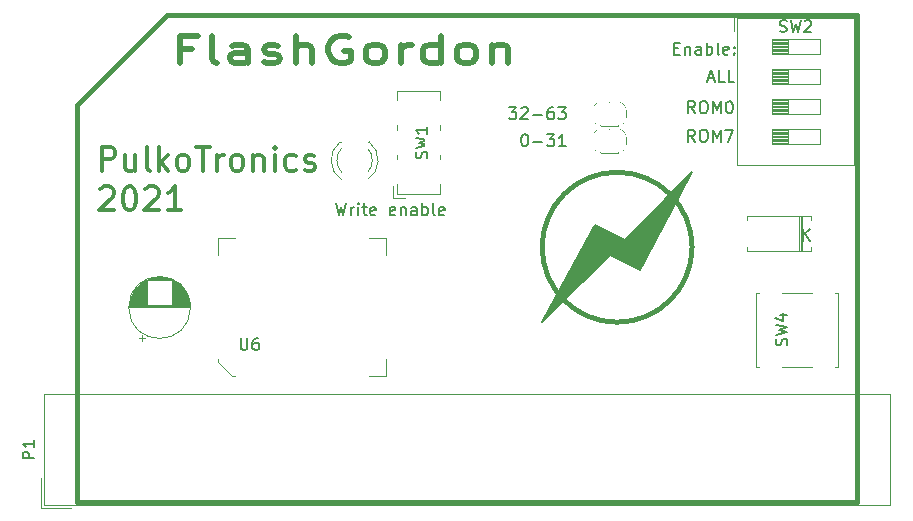
<source format=gto>
G04 #@! TF.GenerationSoftware,KiCad,Pcbnew,5.0.2+dfsg1-1*
G04 #@! TF.CreationDate,2021-01-23T15:11:15+01:00*
G04 #@! TF.ProjectId,ramcard,72616d63-6172-4642-9e6b-696361645f70,2021*
G04 #@! TF.SameCoordinates,Original*
G04 #@! TF.FileFunction,Legend,Top*
G04 #@! TF.FilePolarity,Positive*
%FSLAX46Y46*%
G04 Gerber Fmt 4.6, Leading zero omitted, Abs format (unit mm)*
G04 Created by KiCad (PCBNEW 5.0.2+dfsg1-1) date sam. 23 janv. 2021 15:11:15 CET*
%MOMM*%
%LPD*%
G01*
G04 APERTURE LIST*
%ADD10C,0.381000*%
%ADD11C,0.127000*%
%ADD12C,0.150000*%
%ADD13C,0.304800*%
%ADD14C,0.500000*%
%ADD15C,0.120000*%
%ADD16C,1.108000*%
%ADD17R,2.108000X2.108000*%
%ADD18O,2.108000X2.108000*%
%ADD19C,2.108000*%
%ADD20R,2.235200X2.235200*%
%ADD21O,2.235200X2.235200*%
%ADD22R,2.308000X2.308000*%
%ADD23C,2.308000*%
%ADD24O,2.308000X2.308000*%
%ADD25R,1.808000X2.058000*%
%ADD26C,0.500000*%
G04 APERTURE END LIST*
D10*
X45593000Y-33782000D02*
X53213000Y-26162000D01*
X53213000Y-26162000D02*
X111633000Y-26162000D01*
D11*
X67515619Y-42115619D02*
X67757523Y-43131619D01*
X67951047Y-42405904D01*
X68144571Y-43131619D01*
X68386476Y-42115619D01*
X68773523Y-43131619D02*
X68773523Y-42454285D01*
X68773523Y-42647809D02*
X68821904Y-42551047D01*
X68870285Y-42502666D01*
X68967047Y-42454285D01*
X69063809Y-42454285D01*
X69402476Y-43131619D02*
X69402476Y-42454285D01*
X69402476Y-42115619D02*
X69354095Y-42164000D01*
X69402476Y-42212380D01*
X69450857Y-42164000D01*
X69402476Y-42115619D01*
X69402476Y-42212380D01*
X69741142Y-42454285D02*
X70128190Y-42454285D01*
X69886285Y-42115619D02*
X69886285Y-42986476D01*
X69934666Y-43083238D01*
X70031428Y-43131619D01*
X70128190Y-43131619D01*
X70853904Y-43083238D02*
X70757142Y-43131619D01*
X70563619Y-43131619D01*
X70466857Y-43083238D01*
X70418476Y-42986476D01*
X70418476Y-42599428D01*
X70466857Y-42502666D01*
X70563619Y-42454285D01*
X70757142Y-42454285D01*
X70853904Y-42502666D01*
X70902285Y-42599428D01*
X70902285Y-42696190D01*
X70418476Y-42792952D01*
X72498857Y-43083238D02*
X72402095Y-43131619D01*
X72208571Y-43131619D01*
X72111809Y-43083238D01*
X72063428Y-42986476D01*
X72063428Y-42599428D01*
X72111809Y-42502666D01*
X72208571Y-42454285D01*
X72402095Y-42454285D01*
X72498857Y-42502666D01*
X72547238Y-42599428D01*
X72547238Y-42696190D01*
X72063428Y-42792952D01*
X72982666Y-42454285D02*
X72982666Y-43131619D01*
X72982666Y-42551047D02*
X73031047Y-42502666D01*
X73127809Y-42454285D01*
X73272952Y-42454285D01*
X73369714Y-42502666D01*
X73418095Y-42599428D01*
X73418095Y-43131619D01*
X74337333Y-43131619D02*
X74337333Y-42599428D01*
X74288952Y-42502666D01*
X74192190Y-42454285D01*
X73998666Y-42454285D01*
X73901904Y-42502666D01*
X74337333Y-43083238D02*
X74240571Y-43131619D01*
X73998666Y-43131619D01*
X73901904Y-43083238D01*
X73853523Y-42986476D01*
X73853523Y-42889714D01*
X73901904Y-42792952D01*
X73998666Y-42744571D01*
X74240571Y-42744571D01*
X74337333Y-42696190D01*
X74821142Y-43131619D02*
X74821142Y-42115619D01*
X74821142Y-42502666D02*
X74917904Y-42454285D01*
X75111428Y-42454285D01*
X75208190Y-42502666D01*
X75256571Y-42551047D01*
X75304952Y-42647809D01*
X75304952Y-42938095D01*
X75256571Y-43034857D01*
X75208190Y-43083238D01*
X75111428Y-43131619D01*
X74917904Y-43131619D01*
X74821142Y-43083238D01*
X75885523Y-43131619D02*
X75788761Y-43083238D01*
X75740380Y-42986476D01*
X75740380Y-42115619D01*
X76659619Y-43083238D02*
X76562857Y-43131619D01*
X76369333Y-43131619D01*
X76272571Y-43083238D01*
X76224190Y-42986476D01*
X76224190Y-42599428D01*
X76272571Y-42502666D01*
X76369333Y-42454285D01*
X76562857Y-42454285D01*
X76659619Y-42502666D01*
X76708000Y-42599428D01*
X76708000Y-42696190D01*
X76224190Y-42792952D01*
X96139000Y-29010428D02*
X96477666Y-29010428D01*
X96622809Y-29542619D02*
X96139000Y-29542619D01*
X96139000Y-28526619D01*
X96622809Y-28526619D01*
X97058238Y-28865285D02*
X97058238Y-29542619D01*
X97058238Y-28962047D02*
X97106619Y-28913666D01*
X97203380Y-28865285D01*
X97348523Y-28865285D01*
X97445285Y-28913666D01*
X97493666Y-29010428D01*
X97493666Y-29542619D01*
X98412904Y-29542619D02*
X98412904Y-29010428D01*
X98364523Y-28913666D01*
X98267761Y-28865285D01*
X98074238Y-28865285D01*
X97977476Y-28913666D01*
X98412904Y-29494238D02*
X98316142Y-29542619D01*
X98074238Y-29542619D01*
X97977476Y-29494238D01*
X97929095Y-29397476D01*
X97929095Y-29300714D01*
X97977476Y-29203952D01*
X98074238Y-29155571D01*
X98316142Y-29155571D01*
X98412904Y-29107190D01*
X98896714Y-29542619D02*
X98896714Y-28526619D01*
X98896714Y-28913666D02*
X98993476Y-28865285D01*
X99187000Y-28865285D01*
X99283761Y-28913666D01*
X99332142Y-28962047D01*
X99380523Y-29058809D01*
X99380523Y-29349095D01*
X99332142Y-29445857D01*
X99283761Y-29494238D01*
X99187000Y-29542619D01*
X98993476Y-29542619D01*
X98896714Y-29494238D01*
X99961095Y-29542619D02*
X99864333Y-29494238D01*
X99815952Y-29397476D01*
X99815952Y-28526619D01*
X100735190Y-29494238D02*
X100638428Y-29542619D01*
X100444904Y-29542619D01*
X100348142Y-29494238D01*
X100299761Y-29397476D01*
X100299761Y-29010428D01*
X100348142Y-28913666D01*
X100444904Y-28865285D01*
X100638428Y-28865285D01*
X100735190Y-28913666D01*
X100783571Y-29010428D01*
X100783571Y-29107190D01*
X100299761Y-29203952D01*
X101219000Y-29445857D02*
X101267380Y-29494238D01*
X101219000Y-29542619D01*
X101170619Y-29494238D01*
X101219000Y-29445857D01*
X101219000Y-29542619D01*
X101219000Y-28913666D02*
X101267380Y-28962047D01*
X101219000Y-29010428D01*
X101170619Y-28962047D01*
X101219000Y-28913666D01*
X101219000Y-29010428D01*
X99011619Y-31538333D02*
X99495428Y-31538333D01*
X98914857Y-31828619D02*
X99253523Y-30812619D01*
X99592190Y-31828619D01*
X100414666Y-31828619D02*
X99930857Y-31828619D01*
X99930857Y-30812619D01*
X101237142Y-31828619D02*
X100753333Y-31828619D01*
X100753333Y-30812619D01*
X97904904Y-34495619D02*
X97566238Y-34011809D01*
X97324333Y-34495619D02*
X97324333Y-33479619D01*
X97711380Y-33479619D01*
X97808142Y-33528000D01*
X97856523Y-33576380D01*
X97904904Y-33673142D01*
X97904904Y-33818285D01*
X97856523Y-33915047D01*
X97808142Y-33963428D01*
X97711380Y-34011809D01*
X97324333Y-34011809D01*
X98533857Y-33479619D02*
X98727380Y-33479619D01*
X98824142Y-33528000D01*
X98920904Y-33624761D01*
X98969285Y-33818285D01*
X98969285Y-34156952D01*
X98920904Y-34350476D01*
X98824142Y-34447238D01*
X98727380Y-34495619D01*
X98533857Y-34495619D01*
X98437095Y-34447238D01*
X98340333Y-34350476D01*
X98291952Y-34156952D01*
X98291952Y-33818285D01*
X98340333Y-33624761D01*
X98437095Y-33528000D01*
X98533857Y-33479619D01*
X99404714Y-34495619D02*
X99404714Y-33479619D01*
X99743380Y-34205333D01*
X100082047Y-33479619D01*
X100082047Y-34495619D01*
X100759380Y-33479619D02*
X100856142Y-33479619D01*
X100952904Y-33528000D01*
X101001285Y-33576380D01*
X101049666Y-33673142D01*
X101098047Y-33866666D01*
X101098047Y-34108571D01*
X101049666Y-34302095D01*
X101001285Y-34398857D01*
X100952904Y-34447238D01*
X100856142Y-34495619D01*
X100759380Y-34495619D01*
X100662619Y-34447238D01*
X100614238Y-34398857D01*
X100565857Y-34302095D01*
X100517476Y-34108571D01*
X100517476Y-33866666D01*
X100565857Y-33673142D01*
X100614238Y-33576380D01*
X100662619Y-33528000D01*
X100759380Y-33479619D01*
X82162952Y-33987619D02*
X82791904Y-33987619D01*
X82453238Y-34374666D01*
X82598380Y-34374666D01*
X82695142Y-34423047D01*
X82743523Y-34471428D01*
X82791904Y-34568190D01*
X82791904Y-34810095D01*
X82743523Y-34906857D01*
X82695142Y-34955238D01*
X82598380Y-35003619D01*
X82308095Y-35003619D01*
X82211333Y-34955238D01*
X82162952Y-34906857D01*
X83178952Y-34084380D02*
X83227333Y-34036000D01*
X83324095Y-33987619D01*
X83566000Y-33987619D01*
X83662761Y-34036000D01*
X83711142Y-34084380D01*
X83759523Y-34181142D01*
X83759523Y-34277904D01*
X83711142Y-34423047D01*
X83130571Y-35003619D01*
X83759523Y-35003619D01*
X84194952Y-34616571D02*
X84969047Y-34616571D01*
X85888285Y-33987619D02*
X85694761Y-33987619D01*
X85598000Y-34036000D01*
X85549619Y-34084380D01*
X85452857Y-34229523D01*
X85404476Y-34423047D01*
X85404476Y-34810095D01*
X85452857Y-34906857D01*
X85501238Y-34955238D01*
X85598000Y-35003619D01*
X85791523Y-35003619D01*
X85888285Y-34955238D01*
X85936666Y-34906857D01*
X85985047Y-34810095D01*
X85985047Y-34568190D01*
X85936666Y-34471428D01*
X85888285Y-34423047D01*
X85791523Y-34374666D01*
X85598000Y-34374666D01*
X85501238Y-34423047D01*
X85452857Y-34471428D01*
X85404476Y-34568190D01*
X86323714Y-33987619D02*
X86952666Y-33987619D01*
X86614000Y-34374666D01*
X86759142Y-34374666D01*
X86855904Y-34423047D01*
X86904285Y-34471428D01*
X86952666Y-34568190D01*
X86952666Y-34810095D01*
X86904285Y-34906857D01*
X86855904Y-34955238D01*
X86759142Y-35003619D01*
X86468857Y-35003619D01*
X86372095Y-34955238D01*
X86323714Y-34906857D01*
X83445047Y-36273619D02*
X83541809Y-36273619D01*
X83638571Y-36322000D01*
X83686952Y-36370380D01*
X83735333Y-36467142D01*
X83783714Y-36660666D01*
X83783714Y-36902571D01*
X83735333Y-37096095D01*
X83686952Y-37192857D01*
X83638571Y-37241238D01*
X83541809Y-37289619D01*
X83445047Y-37289619D01*
X83348285Y-37241238D01*
X83299904Y-37192857D01*
X83251523Y-37096095D01*
X83203142Y-36902571D01*
X83203142Y-36660666D01*
X83251523Y-36467142D01*
X83299904Y-36370380D01*
X83348285Y-36322000D01*
X83445047Y-36273619D01*
X84219142Y-36902571D02*
X84993238Y-36902571D01*
X85380285Y-36273619D02*
X86009238Y-36273619D01*
X85670571Y-36660666D01*
X85815714Y-36660666D01*
X85912476Y-36709047D01*
X85960857Y-36757428D01*
X86009238Y-36854190D01*
X86009238Y-37096095D01*
X85960857Y-37192857D01*
X85912476Y-37241238D01*
X85815714Y-37289619D01*
X85525428Y-37289619D01*
X85428666Y-37241238D01*
X85380285Y-37192857D01*
X86976857Y-37289619D02*
X86396285Y-37289619D01*
X86686571Y-37289619D02*
X86686571Y-36273619D01*
X86589809Y-36418761D01*
X86493047Y-36515523D01*
X86396285Y-36563904D01*
X97904904Y-36908619D02*
X97566238Y-36424809D01*
X97324333Y-36908619D02*
X97324333Y-35892619D01*
X97711380Y-35892619D01*
X97808142Y-35941000D01*
X97856523Y-35989380D01*
X97904904Y-36086142D01*
X97904904Y-36231285D01*
X97856523Y-36328047D01*
X97808142Y-36376428D01*
X97711380Y-36424809D01*
X97324333Y-36424809D01*
X98533857Y-35892619D02*
X98727380Y-35892619D01*
X98824142Y-35941000D01*
X98920904Y-36037761D01*
X98969285Y-36231285D01*
X98969285Y-36569952D01*
X98920904Y-36763476D01*
X98824142Y-36860238D01*
X98727380Y-36908619D01*
X98533857Y-36908619D01*
X98437095Y-36860238D01*
X98340333Y-36763476D01*
X98291952Y-36569952D01*
X98291952Y-36231285D01*
X98340333Y-36037761D01*
X98437095Y-35941000D01*
X98533857Y-35892619D01*
X99404714Y-36908619D02*
X99404714Y-35892619D01*
X99743380Y-36618333D01*
X100082047Y-35892619D01*
X100082047Y-36908619D01*
X100469095Y-35892619D02*
X101146428Y-35892619D01*
X100711000Y-36908619D01*
D10*
X45593000Y-33782000D02*
X45593000Y-67437000D01*
X45593000Y-67437000D02*
X111633000Y-67437000D01*
X111633000Y-67437000D02*
X111633000Y-26162000D01*
D12*
G36*
X84963000Y-52197000D02*
X89408000Y-43942000D01*
X91948000Y-45212000D01*
X97663000Y-39497000D01*
X93218000Y-47752000D01*
X90678000Y-46482000D01*
X84963000Y-52197000D01*
G37*
X84963000Y-52197000D02*
X89408000Y-43942000D01*
X91948000Y-45212000D01*
X97663000Y-39497000D01*
X93218000Y-47752000D01*
X90678000Y-46482000D01*
X84963000Y-52197000D01*
D10*
X97663000Y-45847000D02*
G75*
G03X97663000Y-45847000I-6350000J0D01*
G01*
D13*
X47664310Y-39374838D02*
X47664310Y-37342838D01*
X48426215Y-37342838D01*
X48616691Y-37439600D01*
X48711929Y-37536361D01*
X48807167Y-37729885D01*
X48807167Y-38020171D01*
X48711929Y-38213695D01*
X48616691Y-38310457D01*
X48426215Y-38407219D01*
X47664310Y-38407219D01*
X50521453Y-38020171D02*
X50521453Y-39374838D01*
X49664310Y-38020171D02*
X49664310Y-39084552D01*
X49759548Y-39278076D01*
X49950024Y-39374838D01*
X50235739Y-39374838D01*
X50426215Y-39278076D01*
X50521453Y-39181314D01*
X51759548Y-39374838D02*
X51569072Y-39278076D01*
X51473834Y-39084552D01*
X51473834Y-37342838D01*
X52521453Y-39374838D02*
X52521453Y-37342838D01*
X52711929Y-38600742D02*
X53283358Y-39374838D01*
X53283358Y-38020171D02*
X52521453Y-38794266D01*
X54426215Y-39374838D02*
X54235739Y-39278076D01*
X54140500Y-39181314D01*
X54045262Y-38987790D01*
X54045262Y-38407219D01*
X54140500Y-38213695D01*
X54235739Y-38116933D01*
X54426215Y-38020171D01*
X54711929Y-38020171D01*
X54902405Y-38116933D01*
X54997643Y-38213695D01*
X55092881Y-38407219D01*
X55092881Y-38987790D01*
X54997643Y-39181314D01*
X54902405Y-39278076D01*
X54711929Y-39374838D01*
X54426215Y-39374838D01*
X55664310Y-37342838D02*
X56807167Y-37342838D01*
X56235739Y-39374838D02*
X56235739Y-37342838D01*
X57473834Y-39374838D02*
X57473834Y-38020171D01*
X57473834Y-38407219D02*
X57569072Y-38213695D01*
X57664310Y-38116933D01*
X57854786Y-38020171D01*
X58045262Y-38020171D01*
X58997643Y-39374838D02*
X58807167Y-39278076D01*
X58711929Y-39181314D01*
X58616691Y-38987790D01*
X58616691Y-38407219D01*
X58711929Y-38213695D01*
X58807167Y-38116933D01*
X58997643Y-38020171D01*
X59283358Y-38020171D01*
X59473834Y-38116933D01*
X59569072Y-38213695D01*
X59664310Y-38407219D01*
X59664310Y-38987790D01*
X59569072Y-39181314D01*
X59473834Y-39278076D01*
X59283358Y-39374838D01*
X58997643Y-39374838D01*
X60521453Y-38020171D02*
X60521453Y-39374838D01*
X60521453Y-38213695D02*
X60616691Y-38116933D01*
X60807167Y-38020171D01*
X61092881Y-38020171D01*
X61283358Y-38116933D01*
X61378596Y-38310457D01*
X61378596Y-39374838D01*
X62330977Y-39374838D02*
X62330977Y-38020171D01*
X62330977Y-37342838D02*
X62235739Y-37439600D01*
X62330977Y-37536361D01*
X62426215Y-37439600D01*
X62330977Y-37342838D01*
X62330977Y-37536361D01*
X64140500Y-39278076D02*
X63950024Y-39374838D01*
X63569072Y-39374838D01*
X63378596Y-39278076D01*
X63283358Y-39181314D01*
X63188120Y-38987790D01*
X63188120Y-38407219D01*
X63283358Y-38213695D01*
X63378596Y-38116933D01*
X63569072Y-38020171D01*
X63950024Y-38020171D01*
X64140500Y-38116933D01*
X64902405Y-39278076D02*
X65092881Y-39374838D01*
X65473834Y-39374838D01*
X65664310Y-39278076D01*
X65759548Y-39084552D01*
X65759548Y-38987790D01*
X65664310Y-38794266D01*
X65473834Y-38697504D01*
X65188120Y-38697504D01*
X64997643Y-38600742D01*
X64902405Y-38407219D01*
X64902405Y-38310457D01*
X64997643Y-38116933D01*
X65188120Y-38020171D01*
X65473834Y-38020171D01*
X65664310Y-38116933D01*
X47569072Y-40889161D02*
X47664310Y-40792400D01*
X47854786Y-40695638D01*
X48330977Y-40695638D01*
X48521453Y-40792400D01*
X48616691Y-40889161D01*
X48711929Y-41082685D01*
X48711929Y-41276209D01*
X48616691Y-41566495D01*
X47473834Y-42727638D01*
X48711929Y-42727638D01*
X49950024Y-40695638D02*
X50140500Y-40695638D01*
X50330977Y-40792400D01*
X50426215Y-40889161D01*
X50521453Y-41082685D01*
X50616691Y-41469733D01*
X50616691Y-41953542D01*
X50521453Y-42340590D01*
X50426215Y-42534114D01*
X50330977Y-42630876D01*
X50140500Y-42727638D01*
X49950024Y-42727638D01*
X49759548Y-42630876D01*
X49664310Y-42534114D01*
X49569072Y-42340590D01*
X49473834Y-41953542D01*
X49473834Y-41469733D01*
X49569072Y-41082685D01*
X49664310Y-40889161D01*
X49759548Y-40792400D01*
X49950024Y-40695638D01*
X51378596Y-40889161D02*
X51473834Y-40792400D01*
X51664310Y-40695638D01*
X52140500Y-40695638D01*
X52330977Y-40792400D01*
X52426215Y-40889161D01*
X52521453Y-41082685D01*
X52521453Y-41276209D01*
X52426215Y-41566495D01*
X51283358Y-42727638D01*
X52521453Y-42727638D01*
X54426215Y-42727638D02*
X53283358Y-42727638D01*
X53854786Y-42727638D02*
X53854786Y-40695638D01*
X53664310Y-40985923D01*
X53473834Y-41179447D01*
X53283358Y-41276209D01*
D14*
X55347809Y-29046714D02*
X54289476Y-29046714D01*
X54289476Y-30244142D02*
X54289476Y-27958142D01*
X55801380Y-27958142D01*
X57464476Y-30244142D02*
X57162095Y-30135285D01*
X57010904Y-29917571D01*
X57010904Y-27958142D01*
X60034714Y-30244142D02*
X60034714Y-29046714D01*
X59883523Y-28829000D01*
X59581142Y-28720142D01*
X58976380Y-28720142D01*
X58674000Y-28829000D01*
X60034714Y-30135285D02*
X59732333Y-30244142D01*
X58976380Y-30244142D01*
X58674000Y-30135285D01*
X58522809Y-29917571D01*
X58522809Y-29699857D01*
X58674000Y-29482142D01*
X58976380Y-29373285D01*
X59732333Y-29373285D01*
X60034714Y-29264428D01*
X61395428Y-30135285D02*
X61697809Y-30244142D01*
X62302571Y-30244142D01*
X62604952Y-30135285D01*
X62756142Y-29917571D01*
X62756142Y-29808714D01*
X62604952Y-29591000D01*
X62302571Y-29482142D01*
X61848999Y-29482142D01*
X61546619Y-29373285D01*
X61395428Y-29155571D01*
X61395428Y-29046714D01*
X61546619Y-28829000D01*
X61848999Y-28720142D01*
X62302571Y-28720142D01*
X62604952Y-28829000D01*
X64116857Y-30244142D02*
X64116857Y-27958142D01*
X65477571Y-30244142D02*
X65477571Y-29046714D01*
X65326380Y-28829000D01*
X65024000Y-28720142D01*
X64570428Y-28720142D01*
X64268047Y-28829000D01*
X64116857Y-28937857D01*
X68652571Y-28067000D02*
X68350190Y-27958142D01*
X67896619Y-27958142D01*
X67443047Y-28067000D01*
X67140666Y-28284714D01*
X66989476Y-28502428D01*
X66838285Y-28937857D01*
X66838285Y-29264428D01*
X66989476Y-29699857D01*
X67140666Y-29917571D01*
X67443047Y-30135285D01*
X67896619Y-30244142D01*
X68199000Y-30244142D01*
X68652571Y-30135285D01*
X68803761Y-30026428D01*
X68803761Y-29264428D01*
X68199000Y-29264428D01*
X70618047Y-30244142D02*
X70315666Y-30135285D01*
X70164476Y-30026428D01*
X70013285Y-29808714D01*
X70013285Y-29155571D01*
X70164476Y-28937857D01*
X70315666Y-28829000D01*
X70618047Y-28720142D01*
X71071619Y-28720142D01*
X71374000Y-28829000D01*
X71525190Y-28937857D01*
X71676380Y-29155571D01*
X71676380Y-29808714D01*
X71525190Y-30026428D01*
X71374000Y-30135285D01*
X71071619Y-30244142D01*
X70618047Y-30244142D01*
X73037095Y-30244142D02*
X73037095Y-28720142D01*
X73037095Y-29155571D02*
X73188285Y-28937857D01*
X73339476Y-28829000D01*
X73641857Y-28720142D01*
X73944238Y-28720142D01*
X76363285Y-30244142D02*
X76363285Y-27958142D01*
X76363285Y-30135285D02*
X76060904Y-30244142D01*
X75456142Y-30244142D01*
X75153761Y-30135285D01*
X75002571Y-30026428D01*
X74851380Y-29808714D01*
X74851380Y-29155571D01*
X75002571Y-28937857D01*
X75153761Y-28829000D01*
X75456142Y-28720142D01*
X76060904Y-28720142D01*
X76363285Y-28829000D01*
X78328761Y-30244142D02*
X78026380Y-30135285D01*
X77875190Y-30026428D01*
X77724000Y-29808714D01*
X77724000Y-29155571D01*
X77875190Y-28937857D01*
X78026380Y-28829000D01*
X78328761Y-28720142D01*
X78782333Y-28720142D01*
X79084714Y-28829000D01*
X79235904Y-28937857D01*
X79387095Y-29155571D01*
X79387095Y-29808714D01*
X79235904Y-30026428D01*
X79084714Y-30135285D01*
X78782333Y-30244142D01*
X78328761Y-30244142D01*
X80747809Y-28720142D02*
X80747809Y-30244142D01*
X80747809Y-28937857D02*
X80899000Y-28829000D01*
X81201380Y-28720142D01*
X81654952Y-28720142D01*
X81957333Y-28829000D01*
X82108523Y-29046714D01*
X82108523Y-30244142D01*
D15*
G04 #@! TO.C,U6*
X58720218Y-56752000D02*
X59003000Y-56752000D01*
X57548000Y-55579782D02*
X58720218Y-56752000D01*
X57548000Y-55297000D02*
X57548000Y-55579782D01*
X71738000Y-45102000D02*
X70283000Y-45102000D01*
X71738000Y-46557000D02*
X71738000Y-45102000D01*
X71738000Y-56752000D02*
X70283000Y-56752000D01*
X71738000Y-55297000D02*
X71738000Y-56752000D01*
X57548000Y-45102000D02*
X59003000Y-45102000D01*
X57548000Y-46557000D02*
X57548000Y-45102000D01*
G04 #@! TO.C,SW2*
X101476000Y-26409000D02*
X111376000Y-26409000D01*
X101476000Y-38869000D02*
X111376000Y-38869000D01*
X101476000Y-26409000D02*
X101476000Y-38869000D01*
X111376000Y-26409000D02*
X111376000Y-38869000D01*
X101236000Y-26169000D02*
X102620000Y-26169000D01*
X101236000Y-26169000D02*
X101236000Y-27552000D01*
X104396000Y-28194000D02*
X104396000Y-29464000D01*
X104396000Y-29464000D02*
X108456000Y-29464000D01*
X108456000Y-29464000D02*
X108456000Y-28194000D01*
X108456000Y-28194000D02*
X104396000Y-28194000D01*
X104396000Y-28314000D02*
X105749333Y-28314000D01*
X104396000Y-28434000D02*
X105749333Y-28434000D01*
X104396000Y-28554000D02*
X105749333Y-28554000D01*
X104396000Y-28674000D02*
X105749333Y-28674000D01*
X104396000Y-28794000D02*
X105749333Y-28794000D01*
X104396000Y-28914000D02*
X105749333Y-28914000D01*
X104396000Y-29034000D02*
X105749333Y-29034000D01*
X104396000Y-29154000D02*
X105749333Y-29154000D01*
X104396000Y-29274000D02*
X105749333Y-29274000D01*
X104396000Y-29394000D02*
X105749333Y-29394000D01*
X105749333Y-28194000D02*
X105749333Y-29464000D01*
X104396000Y-30734000D02*
X104396000Y-32004000D01*
X104396000Y-32004000D02*
X108456000Y-32004000D01*
X108456000Y-32004000D02*
X108456000Y-30734000D01*
X108456000Y-30734000D02*
X104396000Y-30734000D01*
X104396000Y-30854000D02*
X105749333Y-30854000D01*
X104396000Y-30974000D02*
X105749333Y-30974000D01*
X104396000Y-31094000D02*
X105749333Y-31094000D01*
X104396000Y-31214000D02*
X105749333Y-31214000D01*
X104396000Y-31334000D02*
X105749333Y-31334000D01*
X104396000Y-31454000D02*
X105749333Y-31454000D01*
X104396000Y-31574000D02*
X105749333Y-31574000D01*
X104396000Y-31694000D02*
X105749333Y-31694000D01*
X104396000Y-31814000D02*
X105749333Y-31814000D01*
X104396000Y-31934000D02*
X105749333Y-31934000D01*
X105749333Y-30734000D02*
X105749333Y-32004000D01*
X104396000Y-33274000D02*
X104396000Y-34544000D01*
X104396000Y-34544000D02*
X108456000Y-34544000D01*
X108456000Y-34544000D02*
X108456000Y-33274000D01*
X108456000Y-33274000D02*
X104396000Y-33274000D01*
X104396000Y-33394000D02*
X105749333Y-33394000D01*
X104396000Y-33514000D02*
X105749333Y-33514000D01*
X104396000Y-33634000D02*
X105749333Y-33634000D01*
X104396000Y-33754000D02*
X105749333Y-33754000D01*
X104396000Y-33874000D02*
X105749333Y-33874000D01*
X104396000Y-33994000D02*
X105749333Y-33994000D01*
X104396000Y-34114000D02*
X105749333Y-34114000D01*
X104396000Y-34234000D02*
X105749333Y-34234000D01*
X104396000Y-34354000D02*
X105749333Y-34354000D01*
X104396000Y-34474000D02*
X105749333Y-34474000D01*
X105749333Y-33274000D02*
X105749333Y-34544000D01*
X104396000Y-35814000D02*
X104396000Y-37084000D01*
X104396000Y-37084000D02*
X108456000Y-37084000D01*
X108456000Y-37084000D02*
X108456000Y-35814000D01*
X108456000Y-35814000D02*
X104396000Y-35814000D01*
X104396000Y-35934000D02*
X105749333Y-35934000D01*
X104396000Y-36054000D02*
X105749333Y-36054000D01*
X104396000Y-36174000D02*
X105749333Y-36174000D01*
X104396000Y-36294000D02*
X105749333Y-36294000D01*
X104396000Y-36414000D02*
X105749333Y-36414000D01*
X104396000Y-36534000D02*
X105749333Y-36534000D01*
X104396000Y-36654000D02*
X105749333Y-36654000D01*
X104396000Y-36774000D02*
X105749333Y-36774000D01*
X104396000Y-36894000D02*
X105749333Y-36894000D01*
X104396000Y-37014000D02*
X105749333Y-37014000D01*
X105749333Y-35814000D02*
X105749333Y-37084000D01*
G04 #@! TO.C,SW1*
X72648000Y-41347000D02*
X72648000Y-40497000D01*
X72648000Y-38497000D02*
X72648000Y-37967000D01*
X72648000Y-36027000D02*
X72648000Y-35467000D01*
X72648000Y-33527000D02*
X72648000Y-32647000D01*
X72648000Y-32647000D02*
X76348000Y-32647000D01*
X76348000Y-32647000D02*
X76348000Y-33517000D01*
X76348000Y-35477000D02*
X76348000Y-36027000D01*
X76348000Y-37967000D02*
X76348000Y-38527000D01*
X76348000Y-40467000D02*
X76348000Y-41347000D01*
X76348000Y-41347000D02*
X72648000Y-41347000D01*
X73348000Y-41647000D02*
X72348000Y-41647000D01*
X72348000Y-41647000D02*
X72348000Y-40647000D01*
G04 #@! TO.C,P1*
X42783000Y-58317000D02*
X114443000Y-58317000D01*
X114443000Y-58317000D02*
X114443000Y-67667000D01*
X114443000Y-67667000D02*
X42783000Y-67667000D01*
X42783000Y-67667000D02*
X42783000Y-58317000D01*
X42533000Y-67917000D02*
X45073000Y-67917000D01*
X42533000Y-67917000D02*
X42533000Y-65377000D01*
G04 #@! TO.C,D1*
X70166608Y-40153335D02*
G75*
G03X70323516Y-36921000I-1078608J1672335D01*
G01*
X68009392Y-40153335D02*
G75*
G02X67852484Y-36921000I1078608J1672335D01*
G01*
X70167837Y-39522130D02*
G75*
G03X70168000Y-37440039I-1079837J1041130D01*
G01*
X68008163Y-39522130D02*
G75*
G02X68008000Y-37440039I1079837J1041130D01*
G01*
X70324000Y-36921000D02*
X70168000Y-36921000D01*
X68008000Y-36921000D02*
X67852000Y-36921000D01*
G04 #@! TO.C,D13*
X107749000Y-45844000D02*
X107749000Y-46174000D01*
X107749000Y-46174000D02*
X102309000Y-46174000D01*
X102309000Y-46174000D02*
X102309000Y-45844000D01*
X107749000Y-43564000D02*
X107749000Y-43234000D01*
X107749000Y-43234000D02*
X102309000Y-43234000D01*
X102309000Y-43234000D02*
X102309000Y-43564000D01*
X106849000Y-46174000D02*
X106849000Y-43234000D01*
X106729000Y-46174000D02*
X106729000Y-43234000D01*
X106969000Y-46174000D02*
X106969000Y-43234000D01*
G04 #@! TO.C,C5*
X55198000Y-50947000D02*
G75*
G03X55198000Y-50947000I-2620000J0D01*
G01*
X49998000Y-50947000D02*
X55158000Y-50947000D01*
X49998000Y-50907000D02*
X55158000Y-50907000D01*
X49999000Y-50867000D02*
X55157000Y-50867000D01*
X50000000Y-50827000D02*
X55156000Y-50827000D01*
X50002000Y-50787000D02*
X55154000Y-50787000D01*
X50005000Y-50747000D02*
X55151000Y-50747000D01*
X50009000Y-50707000D02*
X51538000Y-50707000D01*
X53618000Y-50707000D02*
X55147000Y-50707000D01*
X50013000Y-50667000D02*
X51538000Y-50667000D01*
X53618000Y-50667000D02*
X55143000Y-50667000D01*
X50017000Y-50627000D02*
X51538000Y-50627000D01*
X53618000Y-50627000D02*
X55139000Y-50627000D01*
X50022000Y-50587000D02*
X51538000Y-50587000D01*
X53618000Y-50587000D02*
X55134000Y-50587000D01*
X50028000Y-50547000D02*
X51538000Y-50547000D01*
X53618000Y-50547000D02*
X55128000Y-50547000D01*
X50035000Y-50507000D02*
X51538000Y-50507000D01*
X53618000Y-50507000D02*
X55121000Y-50507000D01*
X50042000Y-50467000D02*
X51538000Y-50467000D01*
X53618000Y-50467000D02*
X55114000Y-50467000D01*
X50050000Y-50427000D02*
X51538000Y-50427000D01*
X53618000Y-50427000D02*
X55106000Y-50427000D01*
X50058000Y-50387000D02*
X51538000Y-50387000D01*
X53618000Y-50387000D02*
X55098000Y-50387000D01*
X50067000Y-50347000D02*
X51538000Y-50347000D01*
X53618000Y-50347000D02*
X55089000Y-50347000D01*
X50077000Y-50307000D02*
X51538000Y-50307000D01*
X53618000Y-50307000D02*
X55079000Y-50307000D01*
X50087000Y-50267000D02*
X51538000Y-50267000D01*
X53618000Y-50267000D02*
X55069000Y-50267000D01*
X50098000Y-50226000D02*
X51538000Y-50226000D01*
X53618000Y-50226000D02*
X55058000Y-50226000D01*
X50110000Y-50186000D02*
X51538000Y-50186000D01*
X53618000Y-50186000D02*
X55046000Y-50186000D01*
X50123000Y-50146000D02*
X51538000Y-50146000D01*
X53618000Y-50146000D02*
X55033000Y-50146000D01*
X50136000Y-50106000D02*
X51538000Y-50106000D01*
X53618000Y-50106000D02*
X55020000Y-50106000D01*
X50150000Y-50066000D02*
X51538000Y-50066000D01*
X53618000Y-50066000D02*
X55006000Y-50066000D01*
X50164000Y-50026000D02*
X51538000Y-50026000D01*
X53618000Y-50026000D02*
X54992000Y-50026000D01*
X50180000Y-49986000D02*
X51538000Y-49986000D01*
X53618000Y-49986000D02*
X54976000Y-49986000D01*
X50196000Y-49946000D02*
X51538000Y-49946000D01*
X53618000Y-49946000D02*
X54960000Y-49946000D01*
X50213000Y-49906000D02*
X51538000Y-49906000D01*
X53618000Y-49906000D02*
X54943000Y-49906000D01*
X50230000Y-49866000D02*
X51538000Y-49866000D01*
X53618000Y-49866000D02*
X54926000Y-49866000D01*
X50249000Y-49826000D02*
X51538000Y-49826000D01*
X53618000Y-49826000D02*
X54907000Y-49826000D01*
X50268000Y-49786000D02*
X51538000Y-49786000D01*
X53618000Y-49786000D02*
X54888000Y-49786000D01*
X50288000Y-49746000D02*
X51538000Y-49746000D01*
X53618000Y-49746000D02*
X54868000Y-49746000D01*
X50310000Y-49706000D02*
X51538000Y-49706000D01*
X53618000Y-49706000D02*
X54846000Y-49706000D01*
X50331000Y-49666000D02*
X51538000Y-49666000D01*
X53618000Y-49666000D02*
X54825000Y-49666000D01*
X50354000Y-49626000D02*
X51538000Y-49626000D01*
X53618000Y-49626000D02*
X54802000Y-49626000D01*
X50378000Y-49586000D02*
X51538000Y-49586000D01*
X53618000Y-49586000D02*
X54778000Y-49586000D01*
X50403000Y-49546000D02*
X51538000Y-49546000D01*
X53618000Y-49546000D02*
X54753000Y-49546000D01*
X50429000Y-49506000D02*
X51538000Y-49506000D01*
X53618000Y-49506000D02*
X54727000Y-49506000D01*
X50456000Y-49466000D02*
X51538000Y-49466000D01*
X53618000Y-49466000D02*
X54700000Y-49466000D01*
X50483000Y-49426000D02*
X51538000Y-49426000D01*
X53618000Y-49426000D02*
X54673000Y-49426000D01*
X50513000Y-49386000D02*
X51538000Y-49386000D01*
X53618000Y-49386000D02*
X54643000Y-49386000D01*
X50543000Y-49346000D02*
X51538000Y-49346000D01*
X53618000Y-49346000D02*
X54613000Y-49346000D01*
X50574000Y-49306000D02*
X51538000Y-49306000D01*
X53618000Y-49306000D02*
X54582000Y-49306000D01*
X50607000Y-49266000D02*
X51538000Y-49266000D01*
X53618000Y-49266000D02*
X54549000Y-49266000D01*
X50641000Y-49226000D02*
X51538000Y-49226000D01*
X53618000Y-49226000D02*
X54515000Y-49226000D01*
X50677000Y-49186000D02*
X51538000Y-49186000D01*
X53618000Y-49186000D02*
X54479000Y-49186000D01*
X50714000Y-49146000D02*
X51538000Y-49146000D01*
X53618000Y-49146000D02*
X54442000Y-49146000D01*
X50752000Y-49106000D02*
X51538000Y-49106000D01*
X53618000Y-49106000D02*
X54404000Y-49106000D01*
X50793000Y-49066000D02*
X51538000Y-49066000D01*
X53618000Y-49066000D02*
X54363000Y-49066000D01*
X50835000Y-49026000D02*
X51538000Y-49026000D01*
X53618000Y-49026000D02*
X54321000Y-49026000D01*
X50879000Y-48986000D02*
X51538000Y-48986000D01*
X53618000Y-48986000D02*
X54277000Y-48986000D01*
X50925000Y-48946000D02*
X51538000Y-48946000D01*
X53618000Y-48946000D02*
X54231000Y-48946000D01*
X50973000Y-48906000D02*
X51538000Y-48906000D01*
X53618000Y-48906000D02*
X54183000Y-48906000D01*
X51024000Y-48866000D02*
X51538000Y-48866000D01*
X53618000Y-48866000D02*
X54132000Y-48866000D01*
X51078000Y-48826000D02*
X51538000Y-48826000D01*
X53618000Y-48826000D02*
X54078000Y-48826000D01*
X51135000Y-48786000D02*
X51538000Y-48786000D01*
X53618000Y-48786000D02*
X54021000Y-48786000D01*
X51195000Y-48746000D02*
X51538000Y-48746000D01*
X53618000Y-48746000D02*
X53961000Y-48746000D01*
X51259000Y-48706000D02*
X51538000Y-48706000D01*
X53618000Y-48706000D02*
X53897000Y-48706000D01*
X51327000Y-48666000D02*
X51538000Y-48666000D01*
X53618000Y-48666000D02*
X53829000Y-48666000D01*
X51400000Y-48626000D02*
X53756000Y-48626000D01*
X51480000Y-48586000D02*
X53676000Y-48586000D01*
X51567000Y-48546000D02*
X53589000Y-48546000D01*
X51663000Y-48506000D02*
X53493000Y-48506000D01*
X51773000Y-48466000D02*
X53383000Y-48466000D01*
X51901000Y-48426000D02*
X53255000Y-48426000D01*
X52060000Y-48386000D02*
X53096000Y-48386000D01*
X52294000Y-48346000D02*
X52862000Y-48346000D01*
X51103000Y-53751775D02*
X51103000Y-53251775D01*
X50853000Y-53501775D02*
X51353000Y-53501775D01*
G04 #@! TO.C,SW4*
X103353000Y-55982000D02*
X103103000Y-55982000D01*
X103103000Y-55982000D02*
X103103000Y-49682000D01*
X103103000Y-49682000D02*
X103353000Y-49682000D01*
X107853000Y-55982000D02*
X105253000Y-55982000D01*
X109753000Y-49682000D02*
X110003000Y-49682000D01*
X110003000Y-49682000D02*
X110003000Y-55982000D01*
X110003000Y-55982000D02*
X109753000Y-55982000D01*
X105253000Y-49682000D02*
X107853000Y-49682000D01*
G04 #@! TO.C,JP3*
X89978000Y-37830000D02*
G75*
G02X89278000Y-37130000I0J700000D01*
G01*
X89278000Y-36530000D02*
G75*
G02X89978000Y-35830000I700000J0D01*
G01*
X91378000Y-35830000D02*
G75*
G02X92078000Y-36530000I0J-700000D01*
G01*
X92078000Y-37130000D02*
G75*
G02X91378000Y-37830000I-700000J0D01*
G01*
X92078000Y-36530000D02*
X92078000Y-37130000D01*
X89978000Y-35830000D02*
X91378000Y-35830000D01*
X89278000Y-37130000D02*
X89278000Y-36530000D01*
X91378000Y-37830000D02*
X89978000Y-37830000D01*
G04 #@! TO.C,JP4*
X89978000Y-35544000D02*
G75*
G02X89278000Y-34844000I0J700000D01*
G01*
X89278000Y-34244000D02*
G75*
G02X89978000Y-33544000I700000J0D01*
G01*
X91378000Y-33544000D02*
G75*
G02X92078000Y-34244000I0J-700000D01*
G01*
X92078000Y-34844000D02*
G75*
G02X91378000Y-35544000I-700000J0D01*
G01*
X92078000Y-34244000D02*
X92078000Y-34844000D01*
X89978000Y-33544000D02*
X91378000Y-33544000D01*
X89278000Y-34844000D02*
X89278000Y-34244000D01*
X91378000Y-35544000D02*
X89978000Y-35544000D01*
G04 #@! TD*
G04 #@! TO.C,U6*
D12*
X59436095Y-53554380D02*
X59436095Y-54363904D01*
X59483714Y-54459142D01*
X59531333Y-54506761D01*
X59626571Y-54554380D01*
X59817047Y-54554380D01*
X59912285Y-54506761D01*
X59959904Y-54459142D01*
X60007523Y-54363904D01*
X60007523Y-53554380D01*
X60912285Y-53554380D02*
X60721809Y-53554380D01*
X60626571Y-53602000D01*
X60578952Y-53649619D01*
X60483714Y-53792476D01*
X60436095Y-53982952D01*
X60436095Y-54363904D01*
X60483714Y-54459142D01*
X60531333Y-54506761D01*
X60626571Y-54554380D01*
X60817047Y-54554380D01*
X60912285Y-54506761D01*
X60959904Y-54459142D01*
X61007523Y-54363904D01*
X61007523Y-54125809D01*
X60959904Y-54030571D01*
X60912285Y-53982952D01*
X60817047Y-53935333D01*
X60626571Y-53935333D01*
X60531333Y-53982952D01*
X60483714Y-54030571D01*
X60436095Y-54125809D01*
G04 #@! TO.C,SW2*
X105092666Y-27582761D02*
X105235523Y-27630380D01*
X105473619Y-27630380D01*
X105568857Y-27582761D01*
X105616476Y-27535142D01*
X105664095Y-27439904D01*
X105664095Y-27344666D01*
X105616476Y-27249428D01*
X105568857Y-27201809D01*
X105473619Y-27154190D01*
X105283142Y-27106571D01*
X105187904Y-27058952D01*
X105140285Y-27011333D01*
X105092666Y-26916095D01*
X105092666Y-26820857D01*
X105140285Y-26725619D01*
X105187904Y-26678000D01*
X105283142Y-26630380D01*
X105521238Y-26630380D01*
X105664095Y-26678000D01*
X105997428Y-26630380D02*
X106235523Y-27630380D01*
X106426000Y-26916095D01*
X106616476Y-27630380D01*
X106854571Y-26630380D01*
X107187904Y-26725619D02*
X107235523Y-26678000D01*
X107330761Y-26630380D01*
X107568857Y-26630380D01*
X107664095Y-26678000D01*
X107711714Y-26725619D01*
X107759333Y-26820857D01*
X107759333Y-26916095D01*
X107711714Y-27058952D01*
X107140285Y-27630380D01*
X107759333Y-27630380D01*
G04 #@! TO.C,SW1*
X75207761Y-38330333D02*
X75255380Y-38187476D01*
X75255380Y-37949380D01*
X75207761Y-37854142D01*
X75160142Y-37806523D01*
X75064904Y-37758904D01*
X74969666Y-37758904D01*
X74874428Y-37806523D01*
X74826809Y-37854142D01*
X74779190Y-37949380D01*
X74731571Y-38139857D01*
X74683952Y-38235095D01*
X74636333Y-38282714D01*
X74541095Y-38330333D01*
X74445857Y-38330333D01*
X74350619Y-38282714D01*
X74303000Y-38235095D01*
X74255380Y-38139857D01*
X74255380Y-37901761D01*
X74303000Y-37758904D01*
X74255380Y-37425571D02*
X75255380Y-37187476D01*
X74541095Y-36997000D01*
X75255380Y-36806523D01*
X74255380Y-36568428D01*
X75255380Y-35663666D02*
X75255380Y-36235095D01*
X75255380Y-35949380D02*
X74255380Y-35949380D01*
X74398238Y-36044619D01*
X74493476Y-36139857D01*
X74541095Y-36235095D01*
G04 #@! TO.C,P1*
X41981380Y-63730095D02*
X40981380Y-63730095D01*
X40981380Y-63349142D01*
X41029000Y-63253904D01*
X41076619Y-63206285D01*
X41171857Y-63158666D01*
X41314714Y-63158666D01*
X41409952Y-63206285D01*
X41457571Y-63253904D01*
X41505190Y-63349142D01*
X41505190Y-63730095D01*
X41981380Y-62206285D02*
X41981380Y-62777714D01*
X41981380Y-62492000D02*
X40981380Y-62492000D01*
X41124238Y-62587238D01*
X41219476Y-62682476D01*
X41267095Y-62777714D01*
G04 #@! TO.C,D13*
X107053095Y-45283380D02*
X107053095Y-44283380D01*
X107624523Y-45283380D02*
X107195952Y-44711952D01*
X107624523Y-44283380D02*
X107053095Y-44854809D01*
G04 #@! TO.C,SW4*
X105687761Y-54165333D02*
X105735380Y-54022476D01*
X105735380Y-53784380D01*
X105687761Y-53689142D01*
X105640142Y-53641523D01*
X105544904Y-53593904D01*
X105449666Y-53593904D01*
X105354428Y-53641523D01*
X105306809Y-53689142D01*
X105259190Y-53784380D01*
X105211571Y-53974857D01*
X105163952Y-54070095D01*
X105116333Y-54117714D01*
X105021095Y-54165333D01*
X104925857Y-54165333D01*
X104830619Y-54117714D01*
X104783000Y-54070095D01*
X104735380Y-53974857D01*
X104735380Y-53736761D01*
X104783000Y-53593904D01*
X104735380Y-53260571D02*
X105735380Y-53022476D01*
X105021095Y-52832000D01*
X105735380Y-52641523D01*
X104735380Y-52403428D01*
X105068714Y-51593904D02*
X105735380Y-51593904D01*
X104687761Y-51832000D02*
X105402047Y-52070095D01*
X105402047Y-51451047D01*
G04 #@! TD*
%LPC*%
G04 #@! TO.C,U6*
G36*
X58609651Y-49104334D02*
X58636540Y-49108322D01*
X58662909Y-49114928D01*
X58688503Y-49124085D01*
X58713077Y-49135708D01*
X58736393Y-49149683D01*
X58758227Y-49165876D01*
X58778369Y-49184131D01*
X58796624Y-49204273D01*
X58812817Y-49226107D01*
X58826792Y-49249423D01*
X58838415Y-49273997D01*
X58847572Y-49299591D01*
X58854178Y-49325960D01*
X58858166Y-49352849D01*
X58859500Y-49380000D01*
X58859500Y-49934000D01*
X58858166Y-49961151D01*
X58854178Y-49988040D01*
X58847572Y-50014409D01*
X58838415Y-50040003D01*
X58826792Y-50064577D01*
X58812817Y-50087893D01*
X58796624Y-50109727D01*
X58778369Y-50129869D01*
X58758227Y-50148124D01*
X58736393Y-50164317D01*
X58713077Y-50178292D01*
X58688503Y-50189915D01*
X58662909Y-50199072D01*
X58636540Y-50205678D01*
X58609651Y-50209666D01*
X58582500Y-50211000D01*
X57028500Y-50211000D01*
X57001349Y-50209666D01*
X56974460Y-50205678D01*
X56948091Y-50199072D01*
X56922497Y-50189915D01*
X56897923Y-50178292D01*
X56874607Y-50164317D01*
X56852773Y-50148124D01*
X56832631Y-50129869D01*
X56814376Y-50109727D01*
X56798183Y-50087893D01*
X56784208Y-50064577D01*
X56772585Y-50040003D01*
X56763428Y-50014409D01*
X56756822Y-49988040D01*
X56752834Y-49961151D01*
X56751500Y-49934000D01*
X56751500Y-49380000D01*
X56752834Y-49352849D01*
X56756822Y-49325960D01*
X56763428Y-49299591D01*
X56772585Y-49273997D01*
X56784208Y-49249423D01*
X56798183Y-49226107D01*
X56814376Y-49204273D01*
X56832631Y-49184131D01*
X56852773Y-49165876D01*
X56874607Y-49149683D01*
X56897923Y-49135708D01*
X56922497Y-49124085D01*
X56948091Y-49114928D01*
X56974460Y-49108322D01*
X57001349Y-49104334D01*
X57028500Y-49103000D01*
X58582500Y-49103000D01*
X58609651Y-49104334D01*
X58609651Y-49104334D01*
G37*
D16*
X57805500Y-49657000D03*
D12*
G36*
X58609651Y-47834334D02*
X58636540Y-47838322D01*
X58662909Y-47844928D01*
X58688503Y-47854085D01*
X58713077Y-47865708D01*
X58736393Y-47879683D01*
X58758227Y-47895876D01*
X58778369Y-47914131D01*
X58796624Y-47934273D01*
X58812817Y-47956107D01*
X58826792Y-47979423D01*
X58838415Y-48003997D01*
X58847572Y-48029591D01*
X58854178Y-48055960D01*
X58858166Y-48082849D01*
X58859500Y-48110000D01*
X58859500Y-48664000D01*
X58858166Y-48691151D01*
X58854178Y-48718040D01*
X58847572Y-48744409D01*
X58838415Y-48770003D01*
X58826792Y-48794577D01*
X58812817Y-48817893D01*
X58796624Y-48839727D01*
X58778369Y-48859869D01*
X58758227Y-48878124D01*
X58736393Y-48894317D01*
X58713077Y-48908292D01*
X58688503Y-48919915D01*
X58662909Y-48929072D01*
X58636540Y-48935678D01*
X58609651Y-48939666D01*
X58582500Y-48941000D01*
X57028500Y-48941000D01*
X57001349Y-48939666D01*
X56974460Y-48935678D01*
X56948091Y-48929072D01*
X56922497Y-48919915D01*
X56897923Y-48908292D01*
X56874607Y-48894317D01*
X56852773Y-48878124D01*
X56832631Y-48859869D01*
X56814376Y-48839727D01*
X56798183Y-48817893D01*
X56784208Y-48794577D01*
X56772585Y-48770003D01*
X56763428Y-48744409D01*
X56756822Y-48718040D01*
X56752834Y-48691151D01*
X56751500Y-48664000D01*
X56751500Y-48110000D01*
X56752834Y-48082849D01*
X56756822Y-48055960D01*
X56763428Y-48029591D01*
X56772585Y-48003997D01*
X56784208Y-47979423D01*
X56798183Y-47956107D01*
X56814376Y-47934273D01*
X56832631Y-47914131D01*
X56852773Y-47895876D01*
X56874607Y-47879683D01*
X56897923Y-47865708D01*
X56922497Y-47854085D01*
X56948091Y-47844928D01*
X56974460Y-47838322D01*
X57001349Y-47834334D01*
X57028500Y-47833000D01*
X58582500Y-47833000D01*
X58609651Y-47834334D01*
X58609651Y-47834334D01*
G37*
D16*
X57805500Y-48387000D03*
D12*
G36*
X58609651Y-46564334D02*
X58636540Y-46568322D01*
X58662909Y-46574928D01*
X58688503Y-46584085D01*
X58713077Y-46595708D01*
X58736393Y-46609683D01*
X58758227Y-46625876D01*
X58778369Y-46644131D01*
X58796624Y-46664273D01*
X58812817Y-46686107D01*
X58826792Y-46709423D01*
X58838415Y-46733997D01*
X58847572Y-46759591D01*
X58854178Y-46785960D01*
X58858166Y-46812849D01*
X58859500Y-46840000D01*
X58859500Y-47394000D01*
X58858166Y-47421151D01*
X58854178Y-47448040D01*
X58847572Y-47474409D01*
X58838415Y-47500003D01*
X58826792Y-47524577D01*
X58812817Y-47547893D01*
X58796624Y-47569727D01*
X58778369Y-47589869D01*
X58758227Y-47608124D01*
X58736393Y-47624317D01*
X58713077Y-47638292D01*
X58688503Y-47649915D01*
X58662909Y-47659072D01*
X58636540Y-47665678D01*
X58609651Y-47669666D01*
X58582500Y-47671000D01*
X57028500Y-47671000D01*
X57001349Y-47669666D01*
X56974460Y-47665678D01*
X56948091Y-47659072D01*
X56922497Y-47649915D01*
X56897923Y-47638292D01*
X56874607Y-47624317D01*
X56852773Y-47608124D01*
X56832631Y-47589869D01*
X56814376Y-47569727D01*
X56798183Y-47547893D01*
X56784208Y-47524577D01*
X56772585Y-47500003D01*
X56763428Y-47474409D01*
X56756822Y-47448040D01*
X56752834Y-47421151D01*
X56751500Y-47394000D01*
X56751500Y-46840000D01*
X56752834Y-46812849D01*
X56756822Y-46785960D01*
X56763428Y-46759591D01*
X56772585Y-46733997D01*
X56784208Y-46709423D01*
X56798183Y-46686107D01*
X56814376Y-46664273D01*
X56832631Y-46644131D01*
X56852773Y-46625876D01*
X56874607Y-46609683D01*
X56897923Y-46595708D01*
X56922497Y-46584085D01*
X56948091Y-46574928D01*
X56974460Y-46568322D01*
X57001349Y-46564334D01*
X57028500Y-46563000D01*
X58582500Y-46563000D01*
X58609651Y-46564334D01*
X58609651Y-46564334D01*
G37*
D16*
X57805500Y-47117000D03*
D12*
G36*
X59867151Y-44311834D02*
X59894040Y-44315822D01*
X59920409Y-44322428D01*
X59946003Y-44331585D01*
X59970577Y-44343208D01*
X59993893Y-44357183D01*
X60015727Y-44373376D01*
X60035869Y-44391631D01*
X60054124Y-44411773D01*
X60070317Y-44433607D01*
X60084292Y-44456923D01*
X60095915Y-44481497D01*
X60105072Y-44507091D01*
X60111678Y-44533460D01*
X60115666Y-44560349D01*
X60117000Y-44587500D01*
X60117000Y-46141500D01*
X60115666Y-46168651D01*
X60111678Y-46195540D01*
X60105072Y-46221909D01*
X60095915Y-46247503D01*
X60084292Y-46272077D01*
X60070317Y-46295393D01*
X60054124Y-46317227D01*
X60035869Y-46337369D01*
X60015727Y-46355624D01*
X59993893Y-46371817D01*
X59970577Y-46385792D01*
X59946003Y-46397415D01*
X59920409Y-46406572D01*
X59894040Y-46413178D01*
X59867151Y-46417166D01*
X59840000Y-46418500D01*
X59286000Y-46418500D01*
X59258849Y-46417166D01*
X59231960Y-46413178D01*
X59205591Y-46406572D01*
X59179997Y-46397415D01*
X59155423Y-46385792D01*
X59132107Y-46371817D01*
X59110273Y-46355624D01*
X59090131Y-46337369D01*
X59071876Y-46317227D01*
X59055683Y-46295393D01*
X59041708Y-46272077D01*
X59030085Y-46247503D01*
X59020928Y-46221909D01*
X59014322Y-46195540D01*
X59010334Y-46168651D01*
X59009000Y-46141500D01*
X59009000Y-44587500D01*
X59010334Y-44560349D01*
X59014322Y-44533460D01*
X59020928Y-44507091D01*
X59030085Y-44481497D01*
X59041708Y-44456923D01*
X59055683Y-44433607D01*
X59071876Y-44411773D01*
X59090131Y-44391631D01*
X59110273Y-44373376D01*
X59132107Y-44357183D01*
X59155423Y-44343208D01*
X59179997Y-44331585D01*
X59205591Y-44322428D01*
X59231960Y-44315822D01*
X59258849Y-44311834D01*
X59286000Y-44310500D01*
X59840000Y-44310500D01*
X59867151Y-44311834D01*
X59867151Y-44311834D01*
G37*
D16*
X59563000Y-45364500D03*
D12*
G36*
X61137151Y-44311834D02*
X61164040Y-44315822D01*
X61190409Y-44322428D01*
X61216003Y-44331585D01*
X61240577Y-44343208D01*
X61263893Y-44357183D01*
X61285727Y-44373376D01*
X61305869Y-44391631D01*
X61324124Y-44411773D01*
X61340317Y-44433607D01*
X61354292Y-44456923D01*
X61365915Y-44481497D01*
X61375072Y-44507091D01*
X61381678Y-44533460D01*
X61385666Y-44560349D01*
X61387000Y-44587500D01*
X61387000Y-46141500D01*
X61385666Y-46168651D01*
X61381678Y-46195540D01*
X61375072Y-46221909D01*
X61365915Y-46247503D01*
X61354292Y-46272077D01*
X61340317Y-46295393D01*
X61324124Y-46317227D01*
X61305869Y-46337369D01*
X61285727Y-46355624D01*
X61263893Y-46371817D01*
X61240577Y-46385792D01*
X61216003Y-46397415D01*
X61190409Y-46406572D01*
X61164040Y-46413178D01*
X61137151Y-46417166D01*
X61110000Y-46418500D01*
X60556000Y-46418500D01*
X60528849Y-46417166D01*
X60501960Y-46413178D01*
X60475591Y-46406572D01*
X60449997Y-46397415D01*
X60425423Y-46385792D01*
X60402107Y-46371817D01*
X60380273Y-46355624D01*
X60360131Y-46337369D01*
X60341876Y-46317227D01*
X60325683Y-46295393D01*
X60311708Y-46272077D01*
X60300085Y-46247503D01*
X60290928Y-46221909D01*
X60284322Y-46195540D01*
X60280334Y-46168651D01*
X60279000Y-46141500D01*
X60279000Y-44587500D01*
X60280334Y-44560349D01*
X60284322Y-44533460D01*
X60290928Y-44507091D01*
X60300085Y-44481497D01*
X60311708Y-44456923D01*
X60325683Y-44433607D01*
X60341876Y-44411773D01*
X60360131Y-44391631D01*
X60380273Y-44373376D01*
X60402107Y-44357183D01*
X60425423Y-44343208D01*
X60449997Y-44331585D01*
X60475591Y-44322428D01*
X60501960Y-44315822D01*
X60528849Y-44311834D01*
X60556000Y-44310500D01*
X61110000Y-44310500D01*
X61137151Y-44311834D01*
X61137151Y-44311834D01*
G37*
D16*
X60833000Y-45364500D03*
D12*
G36*
X62407151Y-44311834D02*
X62434040Y-44315822D01*
X62460409Y-44322428D01*
X62486003Y-44331585D01*
X62510577Y-44343208D01*
X62533893Y-44357183D01*
X62555727Y-44373376D01*
X62575869Y-44391631D01*
X62594124Y-44411773D01*
X62610317Y-44433607D01*
X62624292Y-44456923D01*
X62635915Y-44481497D01*
X62645072Y-44507091D01*
X62651678Y-44533460D01*
X62655666Y-44560349D01*
X62657000Y-44587500D01*
X62657000Y-46141500D01*
X62655666Y-46168651D01*
X62651678Y-46195540D01*
X62645072Y-46221909D01*
X62635915Y-46247503D01*
X62624292Y-46272077D01*
X62610317Y-46295393D01*
X62594124Y-46317227D01*
X62575869Y-46337369D01*
X62555727Y-46355624D01*
X62533893Y-46371817D01*
X62510577Y-46385792D01*
X62486003Y-46397415D01*
X62460409Y-46406572D01*
X62434040Y-46413178D01*
X62407151Y-46417166D01*
X62380000Y-46418500D01*
X61826000Y-46418500D01*
X61798849Y-46417166D01*
X61771960Y-46413178D01*
X61745591Y-46406572D01*
X61719997Y-46397415D01*
X61695423Y-46385792D01*
X61672107Y-46371817D01*
X61650273Y-46355624D01*
X61630131Y-46337369D01*
X61611876Y-46317227D01*
X61595683Y-46295393D01*
X61581708Y-46272077D01*
X61570085Y-46247503D01*
X61560928Y-46221909D01*
X61554322Y-46195540D01*
X61550334Y-46168651D01*
X61549000Y-46141500D01*
X61549000Y-44587500D01*
X61550334Y-44560349D01*
X61554322Y-44533460D01*
X61560928Y-44507091D01*
X61570085Y-44481497D01*
X61581708Y-44456923D01*
X61595683Y-44433607D01*
X61611876Y-44411773D01*
X61630131Y-44391631D01*
X61650273Y-44373376D01*
X61672107Y-44357183D01*
X61695423Y-44343208D01*
X61719997Y-44331585D01*
X61745591Y-44322428D01*
X61771960Y-44315822D01*
X61798849Y-44311834D01*
X61826000Y-44310500D01*
X62380000Y-44310500D01*
X62407151Y-44311834D01*
X62407151Y-44311834D01*
G37*
D16*
X62103000Y-45364500D03*
D12*
G36*
X63677151Y-44311834D02*
X63704040Y-44315822D01*
X63730409Y-44322428D01*
X63756003Y-44331585D01*
X63780577Y-44343208D01*
X63803893Y-44357183D01*
X63825727Y-44373376D01*
X63845869Y-44391631D01*
X63864124Y-44411773D01*
X63880317Y-44433607D01*
X63894292Y-44456923D01*
X63905915Y-44481497D01*
X63915072Y-44507091D01*
X63921678Y-44533460D01*
X63925666Y-44560349D01*
X63927000Y-44587500D01*
X63927000Y-46141500D01*
X63925666Y-46168651D01*
X63921678Y-46195540D01*
X63915072Y-46221909D01*
X63905915Y-46247503D01*
X63894292Y-46272077D01*
X63880317Y-46295393D01*
X63864124Y-46317227D01*
X63845869Y-46337369D01*
X63825727Y-46355624D01*
X63803893Y-46371817D01*
X63780577Y-46385792D01*
X63756003Y-46397415D01*
X63730409Y-46406572D01*
X63704040Y-46413178D01*
X63677151Y-46417166D01*
X63650000Y-46418500D01*
X63096000Y-46418500D01*
X63068849Y-46417166D01*
X63041960Y-46413178D01*
X63015591Y-46406572D01*
X62989997Y-46397415D01*
X62965423Y-46385792D01*
X62942107Y-46371817D01*
X62920273Y-46355624D01*
X62900131Y-46337369D01*
X62881876Y-46317227D01*
X62865683Y-46295393D01*
X62851708Y-46272077D01*
X62840085Y-46247503D01*
X62830928Y-46221909D01*
X62824322Y-46195540D01*
X62820334Y-46168651D01*
X62819000Y-46141500D01*
X62819000Y-44587500D01*
X62820334Y-44560349D01*
X62824322Y-44533460D01*
X62830928Y-44507091D01*
X62840085Y-44481497D01*
X62851708Y-44456923D01*
X62865683Y-44433607D01*
X62881876Y-44411773D01*
X62900131Y-44391631D01*
X62920273Y-44373376D01*
X62942107Y-44357183D01*
X62965423Y-44343208D01*
X62989997Y-44331585D01*
X63015591Y-44322428D01*
X63041960Y-44315822D01*
X63068849Y-44311834D01*
X63096000Y-44310500D01*
X63650000Y-44310500D01*
X63677151Y-44311834D01*
X63677151Y-44311834D01*
G37*
D16*
X63373000Y-45364500D03*
D12*
G36*
X64947151Y-44311834D02*
X64974040Y-44315822D01*
X65000409Y-44322428D01*
X65026003Y-44331585D01*
X65050577Y-44343208D01*
X65073893Y-44357183D01*
X65095727Y-44373376D01*
X65115869Y-44391631D01*
X65134124Y-44411773D01*
X65150317Y-44433607D01*
X65164292Y-44456923D01*
X65175915Y-44481497D01*
X65185072Y-44507091D01*
X65191678Y-44533460D01*
X65195666Y-44560349D01*
X65197000Y-44587500D01*
X65197000Y-46141500D01*
X65195666Y-46168651D01*
X65191678Y-46195540D01*
X65185072Y-46221909D01*
X65175915Y-46247503D01*
X65164292Y-46272077D01*
X65150317Y-46295393D01*
X65134124Y-46317227D01*
X65115869Y-46337369D01*
X65095727Y-46355624D01*
X65073893Y-46371817D01*
X65050577Y-46385792D01*
X65026003Y-46397415D01*
X65000409Y-46406572D01*
X64974040Y-46413178D01*
X64947151Y-46417166D01*
X64920000Y-46418500D01*
X64366000Y-46418500D01*
X64338849Y-46417166D01*
X64311960Y-46413178D01*
X64285591Y-46406572D01*
X64259997Y-46397415D01*
X64235423Y-46385792D01*
X64212107Y-46371817D01*
X64190273Y-46355624D01*
X64170131Y-46337369D01*
X64151876Y-46317227D01*
X64135683Y-46295393D01*
X64121708Y-46272077D01*
X64110085Y-46247503D01*
X64100928Y-46221909D01*
X64094322Y-46195540D01*
X64090334Y-46168651D01*
X64089000Y-46141500D01*
X64089000Y-44587500D01*
X64090334Y-44560349D01*
X64094322Y-44533460D01*
X64100928Y-44507091D01*
X64110085Y-44481497D01*
X64121708Y-44456923D01*
X64135683Y-44433607D01*
X64151876Y-44411773D01*
X64170131Y-44391631D01*
X64190273Y-44373376D01*
X64212107Y-44357183D01*
X64235423Y-44343208D01*
X64259997Y-44331585D01*
X64285591Y-44322428D01*
X64311960Y-44315822D01*
X64338849Y-44311834D01*
X64366000Y-44310500D01*
X64920000Y-44310500D01*
X64947151Y-44311834D01*
X64947151Y-44311834D01*
G37*
D16*
X64643000Y-45364500D03*
D12*
G36*
X66217151Y-44311834D02*
X66244040Y-44315822D01*
X66270409Y-44322428D01*
X66296003Y-44331585D01*
X66320577Y-44343208D01*
X66343893Y-44357183D01*
X66365727Y-44373376D01*
X66385869Y-44391631D01*
X66404124Y-44411773D01*
X66420317Y-44433607D01*
X66434292Y-44456923D01*
X66445915Y-44481497D01*
X66455072Y-44507091D01*
X66461678Y-44533460D01*
X66465666Y-44560349D01*
X66467000Y-44587500D01*
X66467000Y-46141500D01*
X66465666Y-46168651D01*
X66461678Y-46195540D01*
X66455072Y-46221909D01*
X66445915Y-46247503D01*
X66434292Y-46272077D01*
X66420317Y-46295393D01*
X66404124Y-46317227D01*
X66385869Y-46337369D01*
X66365727Y-46355624D01*
X66343893Y-46371817D01*
X66320577Y-46385792D01*
X66296003Y-46397415D01*
X66270409Y-46406572D01*
X66244040Y-46413178D01*
X66217151Y-46417166D01*
X66190000Y-46418500D01*
X65636000Y-46418500D01*
X65608849Y-46417166D01*
X65581960Y-46413178D01*
X65555591Y-46406572D01*
X65529997Y-46397415D01*
X65505423Y-46385792D01*
X65482107Y-46371817D01*
X65460273Y-46355624D01*
X65440131Y-46337369D01*
X65421876Y-46317227D01*
X65405683Y-46295393D01*
X65391708Y-46272077D01*
X65380085Y-46247503D01*
X65370928Y-46221909D01*
X65364322Y-46195540D01*
X65360334Y-46168651D01*
X65359000Y-46141500D01*
X65359000Y-44587500D01*
X65360334Y-44560349D01*
X65364322Y-44533460D01*
X65370928Y-44507091D01*
X65380085Y-44481497D01*
X65391708Y-44456923D01*
X65405683Y-44433607D01*
X65421876Y-44411773D01*
X65440131Y-44391631D01*
X65460273Y-44373376D01*
X65482107Y-44357183D01*
X65505423Y-44343208D01*
X65529997Y-44331585D01*
X65555591Y-44322428D01*
X65581960Y-44315822D01*
X65608849Y-44311834D01*
X65636000Y-44310500D01*
X66190000Y-44310500D01*
X66217151Y-44311834D01*
X66217151Y-44311834D01*
G37*
D16*
X65913000Y-45364500D03*
D12*
G36*
X67487151Y-44311834D02*
X67514040Y-44315822D01*
X67540409Y-44322428D01*
X67566003Y-44331585D01*
X67590577Y-44343208D01*
X67613893Y-44357183D01*
X67635727Y-44373376D01*
X67655869Y-44391631D01*
X67674124Y-44411773D01*
X67690317Y-44433607D01*
X67704292Y-44456923D01*
X67715915Y-44481497D01*
X67725072Y-44507091D01*
X67731678Y-44533460D01*
X67735666Y-44560349D01*
X67737000Y-44587500D01*
X67737000Y-46141500D01*
X67735666Y-46168651D01*
X67731678Y-46195540D01*
X67725072Y-46221909D01*
X67715915Y-46247503D01*
X67704292Y-46272077D01*
X67690317Y-46295393D01*
X67674124Y-46317227D01*
X67655869Y-46337369D01*
X67635727Y-46355624D01*
X67613893Y-46371817D01*
X67590577Y-46385792D01*
X67566003Y-46397415D01*
X67540409Y-46406572D01*
X67514040Y-46413178D01*
X67487151Y-46417166D01*
X67460000Y-46418500D01*
X66906000Y-46418500D01*
X66878849Y-46417166D01*
X66851960Y-46413178D01*
X66825591Y-46406572D01*
X66799997Y-46397415D01*
X66775423Y-46385792D01*
X66752107Y-46371817D01*
X66730273Y-46355624D01*
X66710131Y-46337369D01*
X66691876Y-46317227D01*
X66675683Y-46295393D01*
X66661708Y-46272077D01*
X66650085Y-46247503D01*
X66640928Y-46221909D01*
X66634322Y-46195540D01*
X66630334Y-46168651D01*
X66629000Y-46141500D01*
X66629000Y-44587500D01*
X66630334Y-44560349D01*
X66634322Y-44533460D01*
X66640928Y-44507091D01*
X66650085Y-44481497D01*
X66661708Y-44456923D01*
X66675683Y-44433607D01*
X66691876Y-44411773D01*
X66710131Y-44391631D01*
X66730273Y-44373376D01*
X66752107Y-44357183D01*
X66775423Y-44343208D01*
X66799997Y-44331585D01*
X66825591Y-44322428D01*
X66851960Y-44315822D01*
X66878849Y-44311834D01*
X66906000Y-44310500D01*
X67460000Y-44310500D01*
X67487151Y-44311834D01*
X67487151Y-44311834D01*
G37*
D16*
X67183000Y-45364500D03*
D12*
G36*
X68757151Y-44311834D02*
X68784040Y-44315822D01*
X68810409Y-44322428D01*
X68836003Y-44331585D01*
X68860577Y-44343208D01*
X68883893Y-44357183D01*
X68905727Y-44373376D01*
X68925869Y-44391631D01*
X68944124Y-44411773D01*
X68960317Y-44433607D01*
X68974292Y-44456923D01*
X68985915Y-44481497D01*
X68995072Y-44507091D01*
X69001678Y-44533460D01*
X69005666Y-44560349D01*
X69007000Y-44587500D01*
X69007000Y-46141500D01*
X69005666Y-46168651D01*
X69001678Y-46195540D01*
X68995072Y-46221909D01*
X68985915Y-46247503D01*
X68974292Y-46272077D01*
X68960317Y-46295393D01*
X68944124Y-46317227D01*
X68925869Y-46337369D01*
X68905727Y-46355624D01*
X68883893Y-46371817D01*
X68860577Y-46385792D01*
X68836003Y-46397415D01*
X68810409Y-46406572D01*
X68784040Y-46413178D01*
X68757151Y-46417166D01*
X68730000Y-46418500D01*
X68176000Y-46418500D01*
X68148849Y-46417166D01*
X68121960Y-46413178D01*
X68095591Y-46406572D01*
X68069997Y-46397415D01*
X68045423Y-46385792D01*
X68022107Y-46371817D01*
X68000273Y-46355624D01*
X67980131Y-46337369D01*
X67961876Y-46317227D01*
X67945683Y-46295393D01*
X67931708Y-46272077D01*
X67920085Y-46247503D01*
X67910928Y-46221909D01*
X67904322Y-46195540D01*
X67900334Y-46168651D01*
X67899000Y-46141500D01*
X67899000Y-44587500D01*
X67900334Y-44560349D01*
X67904322Y-44533460D01*
X67910928Y-44507091D01*
X67920085Y-44481497D01*
X67931708Y-44456923D01*
X67945683Y-44433607D01*
X67961876Y-44411773D01*
X67980131Y-44391631D01*
X68000273Y-44373376D01*
X68022107Y-44357183D01*
X68045423Y-44343208D01*
X68069997Y-44331585D01*
X68095591Y-44322428D01*
X68121960Y-44315822D01*
X68148849Y-44311834D01*
X68176000Y-44310500D01*
X68730000Y-44310500D01*
X68757151Y-44311834D01*
X68757151Y-44311834D01*
G37*
D16*
X68453000Y-45364500D03*
D12*
G36*
X70027151Y-44311834D02*
X70054040Y-44315822D01*
X70080409Y-44322428D01*
X70106003Y-44331585D01*
X70130577Y-44343208D01*
X70153893Y-44357183D01*
X70175727Y-44373376D01*
X70195869Y-44391631D01*
X70214124Y-44411773D01*
X70230317Y-44433607D01*
X70244292Y-44456923D01*
X70255915Y-44481497D01*
X70265072Y-44507091D01*
X70271678Y-44533460D01*
X70275666Y-44560349D01*
X70277000Y-44587500D01*
X70277000Y-46141500D01*
X70275666Y-46168651D01*
X70271678Y-46195540D01*
X70265072Y-46221909D01*
X70255915Y-46247503D01*
X70244292Y-46272077D01*
X70230317Y-46295393D01*
X70214124Y-46317227D01*
X70195869Y-46337369D01*
X70175727Y-46355624D01*
X70153893Y-46371817D01*
X70130577Y-46385792D01*
X70106003Y-46397415D01*
X70080409Y-46406572D01*
X70054040Y-46413178D01*
X70027151Y-46417166D01*
X70000000Y-46418500D01*
X69446000Y-46418500D01*
X69418849Y-46417166D01*
X69391960Y-46413178D01*
X69365591Y-46406572D01*
X69339997Y-46397415D01*
X69315423Y-46385792D01*
X69292107Y-46371817D01*
X69270273Y-46355624D01*
X69250131Y-46337369D01*
X69231876Y-46317227D01*
X69215683Y-46295393D01*
X69201708Y-46272077D01*
X69190085Y-46247503D01*
X69180928Y-46221909D01*
X69174322Y-46195540D01*
X69170334Y-46168651D01*
X69169000Y-46141500D01*
X69169000Y-44587500D01*
X69170334Y-44560349D01*
X69174322Y-44533460D01*
X69180928Y-44507091D01*
X69190085Y-44481497D01*
X69201708Y-44456923D01*
X69215683Y-44433607D01*
X69231876Y-44411773D01*
X69250131Y-44391631D01*
X69270273Y-44373376D01*
X69292107Y-44357183D01*
X69315423Y-44343208D01*
X69339997Y-44331585D01*
X69365591Y-44322428D01*
X69391960Y-44315822D01*
X69418849Y-44311834D01*
X69446000Y-44310500D01*
X70000000Y-44310500D01*
X70027151Y-44311834D01*
X70027151Y-44311834D01*
G37*
D16*
X69723000Y-45364500D03*
D12*
G36*
X72284651Y-46564334D02*
X72311540Y-46568322D01*
X72337909Y-46574928D01*
X72363503Y-46584085D01*
X72388077Y-46595708D01*
X72411393Y-46609683D01*
X72433227Y-46625876D01*
X72453369Y-46644131D01*
X72471624Y-46664273D01*
X72487817Y-46686107D01*
X72501792Y-46709423D01*
X72513415Y-46733997D01*
X72522572Y-46759591D01*
X72529178Y-46785960D01*
X72533166Y-46812849D01*
X72534500Y-46840000D01*
X72534500Y-47394000D01*
X72533166Y-47421151D01*
X72529178Y-47448040D01*
X72522572Y-47474409D01*
X72513415Y-47500003D01*
X72501792Y-47524577D01*
X72487817Y-47547893D01*
X72471624Y-47569727D01*
X72453369Y-47589869D01*
X72433227Y-47608124D01*
X72411393Y-47624317D01*
X72388077Y-47638292D01*
X72363503Y-47649915D01*
X72337909Y-47659072D01*
X72311540Y-47665678D01*
X72284651Y-47669666D01*
X72257500Y-47671000D01*
X70703500Y-47671000D01*
X70676349Y-47669666D01*
X70649460Y-47665678D01*
X70623091Y-47659072D01*
X70597497Y-47649915D01*
X70572923Y-47638292D01*
X70549607Y-47624317D01*
X70527773Y-47608124D01*
X70507631Y-47589869D01*
X70489376Y-47569727D01*
X70473183Y-47547893D01*
X70459208Y-47524577D01*
X70447585Y-47500003D01*
X70438428Y-47474409D01*
X70431822Y-47448040D01*
X70427834Y-47421151D01*
X70426500Y-47394000D01*
X70426500Y-46840000D01*
X70427834Y-46812849D01*
X70431822Y-46785960D01*
X70438428Y-46759591D01*
X70447585Y-46733997D01*
X70459208Y-46709423D01*
X70473183Y-46686107D01*
X70489376Y-46664273D01*
X70507631Y-46644131D01*
X70527773Y-46625876D01*
X70549607Y-46609683D01*
X70572923Y-46595708D01*
X70597497Y-46584085D01*
X70623091Y-46574928D01*
X70649460Y-46568322D01*
X70676349Y-46564334D01*
X70703500Y-46563000D01*
X72257500Y-46563000D01*
X72284651Y-46564334D01*
X72284651Y-46564334D01*
G37*
D16*
X71480500Y-47117000D03*
D12*
G36*
X72284651Y-47834334D02*
X72311540Y-47838322D01*
X72337909Y-47844928D01*
X72363503Y-47854085D01*
X72388077Y-47865708D01*
X72411393Y-47879683D01*
X72433227Y-47895876D01*
X72453369Y-47914131D01*
X72471624Y-47934273D01*
X72487817Y-47956107D01*
X72501792Y-47979423D01*
X72513415Y-48003997D01*
X72522572Y-48029591D01*
X72529178Y-48055960D01*
X72533166Y-48082849D01*
X72534500Y-48110000D01*
X72534500Y-48664000D01*
X72533166Y-48691151D01*
X72529178Y-48718040D01*
X72522572Y-48744409D01*
X72513415Y-48770003D01*
X72501792Y-48794577D01*
X72487817Y-48817893D01*
X72471624Y-48839727D01*
X72453369Y-48859869D01*
X72433227Y-48878124D01*
X72411393Y-48894317D01*
X72388077Y-48908292D01*
X72363503Y-48919915D01*
X72337909Y-48929072D01*
X72311540Y-48935678D01*
X72284651Y-48939666D01*
X72257500Y-48941000D01*
X70703500Y-48941000D01*
X70676349Y-48939666D01*
X70649460Y-48935678D01*
X70623091Y-48929072D01*
X70597497Y-48919915D01*
X70572923Y-48908292D01*
X70549607Y-48894317D01*
X70527773Y-48878124D01*
X70507631Y-48859869D01*
X70489376Y-48839727D01*
X70473183Y-48817893D01*
X70459208Y-48794577D01*
X70447585Y-48770003D01*
X70438428Y-48744409D01*
X70431822Y-48718040D01*
X70427834Y-48691151D01*
X70426500Y-48664000D01*
X70426500Y-48110000D01*
X70427834Y-48082849D01*
X70431822Y-48055960D01*
X70438428Y-48029591D01*
X70447585Y-48003997D01*
X70459208Y-47979423D01*
X70473183Y-47956107D01*
X70489376Y-47934273D01*
X70507631Y-47914131D01*
X70527773Y-47895876D01*
X70549607Y-47879683D01*
X70572923Y-47865708D01*
X70597497Y-47854085D01*
X70623091Y-47844928D01*
X70649460Y-47838322D01*
X70676349Y-47834334D01*
X70703500Y-47833000D01*
X72257500Y-47833000D01*
X72284651Y-47834334D01*
X72284651Y-47834334D01*
G37*
D16*
X71480500Y-48387000D03*
D12*
G36*
X72284651Y-49104334D02*
X72311540Y-49108322D01*
X72337909Y-49114928D01*
X72363503Y-49124085D01*
X72388077Y-49135708D01*
X72411393Y-49149683D01*
X72433227Y-49165876D01*
X72453369Y-49184131D01*
X72471624Y-49204273D01*
X72487817Y-49226107D01*
X72501792Y-49249423D01*
X72513415Y-49273997D01*
X72522572Y-49299591D01*
X72529178Y-49325960D01*
X72533166Y-49352849D01*
X72534500Y-49380000D01*
X72534500Y-49934000D01*
X72533166Y-49961151D01*
X72529178Y-49988040D01*
X72522572Y-50014409D01*
X72513415Y-50040003D01*
X72501792Y-50064577D01*
X72487817Y-50087893D01*
X72471624Y-50109727D01*
X72453369Y-50129869D01*
X72433227Y-50148124D01*
X72411393Y-50164317D01*
X72388077Y-50178292D01*
X72363503Y-50189915D01*
X72337909Y-50199072D01*
X72311540Y-50205678D01*
X72284651Y-50209666D01*
X72257500Y-50211000D01*
X70703500Y-50211000D01*
X70676349Y-50209666D01*
X70649460Y-50205678D01*
X70623091Y-50199072D01*
X70597497Y-50189915D01*
X70572923Y-50178292D01*
X70549607Y-50164317D01*
X70527773Y-50148124D01*
X70507631Y-50129869D01*
X70489376Y-50109727D01*
X70473183Y-50087893D01*
X70459208Y-50064577D01*
X70447585Y-50040003D01*
X70438428Y-50014409D01*
X70431822Y-49988040D01*
X70427834Y-49961151D01*
X70426500Y-49934000D01*
X70426500Y-49380000D01*
X70427834Y-49352849D01*
X70431822Y-49325960D01*
X70438428Y-49299591D01*
X70447585Y-49273997D01*
X70459208Y-49249423D01*
X70473183Y-49226107D01*
X70489376Y-49204273D01*
X70507631Y-49184131D01*
X70527773Y-49165876D01*
X70549607Y-49149683D01*
X70572923Y-49135708D01*
X70597497Y-49124085D01*
X70623091Y-49114928D01*
X70649460Y-49108322D01*
X70676349Y-49104334D01*
X70703500Y-49103000D01*
X72257500Y-49103000D01*
X72284651Y-49104334D01*
X72284651Y-49104334D01*
G37*
D16*
X71480500Y-49657000D03*
D12*
G36*
X72284651Y-50374334D02*
X72311540Y-50378322D01*
X72337909Y-50384928D01*
X72363503Y-50394085D01*
X72388077Y-50405708D01*
X72411393Y-50419683D01*
X72433227Y-50435876D01*
X72453369Y-50454131D01*
X72471624Y-50474273D01*
X72487817Y-50496107D01*
X72501792Y-50519423D01*
X72513415Y-50543997D01*
X72522572Y-50569591D01*
X72529178Y-50595960D01*
X72533166Y-50622849D01*
X72534500Y-50650000D01*
X72534500Y-51204000D01*
X72533166Y-51231151D01*
X72529178Y-51258040D01*
X72522572Y-51284409D01*
X72513415Y-51310003D01*
X72501792Y-51334577D01*
X72487817Y-51357893D01*
X72471624Y-51379727D01*
X72453369Y-51399869D01*
X72433227Y-51418124D01*
X72411393Y-51434317D01*
X72388077Y-51448292D01*
X72363503Y-51459915D01*
X72337909Y-51469072D01*
X72311540Y-51475678D01*
X72284651Y-51479666D01*
X72257500Y-51481000D01*
X70703500Y-51481000D01*
X70676349Y-51479666D01*
X70649460Y-51475678D01*
X70623091Y-51469072D01*
X70597497Y-51459915D01*
X70572923Y-51448292D01*
X70549607Y-51434317D01*
X70527773Y-51418124D01*
X70507631Y-51399869D01*
X70489376Y-51379727D01*
X70473183Y-51357893D01*
X70459208Y-51334577D01*
X70447585Y-51310003D01*
X70438428Y-51284409D01*
X70431822Y-51258040D01*
X70427834Y-51231151D01*
X70426500Y-51204000D01*
X70426500Y-50650000D01*
X70427834Y-50622849D01*
X70431822Y-50595960D01*
X70438428Y-50569591D01*
X70447585Y-50543997D01*
X70459208Y-50519423D01*
X70473183Y-50496107D01*
X70489376Y-50474273D01*
X70507631Y-50454131D01*
X70527773Y-50435876D01*
X70549607Y-50419683D01*
X70572923Y-50405708D01*
X70597497Y-50394085D01*
X70623091Y-50384928D01*
X70649460Y-50378322D01*
X70676349Y-50374334D01*
X70703500Y-50373000D01*
X72257500Y-50373000D01*
X72284651Y-50374334D01*
X72284651Y-50374334D01*
G37*
D16*
X71480500Y-50927000D03*
D12*
G36*
X72284651Y-51644334D02*
X72311540Y-51648322D01*
X72337909Y-51654928D01*
X72363503Y-51664085D01*
X72388077Y-51675708D01*
X72411393Y-51689683D01*
X72433227Y-51705876D01*
X72453369Y-51724131D01*
X72471624Y-51744273D01*
X72487817Y-51766107D01*
X72501792Y-51789423D01*
X72513415Y-51813997D01*
X72522572Y-51839591D01*
X72529178Y-51865960D01*
X72533166Y-51892849D01*
X72534500Y-51920000D01*
X72534500Y-52474000D01*
X72533166Y-52501151D01*
X72529178Y-52528040D01*
X72522572Y-52554409D01*
X72513415Y-52580003D01*
X72501792Y-52604577D01*
X72487817Y-52627893D01*
X72471624Y-52649727D01*
X72453369Y-52669869D01*
X72433227Y-52688124D01*
X72411393Y-52704317D01*
X72388077Y-52718292D01*
X72363503Y-52729915D01*
X72337909Y-52739072D01*
X72311540Y-52745678D01*
X72284651Y-52749666D01*
X72257500Y-52751000D01*
X70703500Y-52751000D01*
X70676349Y-52749666D01*
X70649460Y-52745678D01*
X70623091Y-52739072D01*
X70597497Y-52729915D01*
X70572923Y-52718292D01*
X70549607Y-52704317D01*
X70527773Y-52688124D01*
X70507631Y-52669869D01*
X70489376Y-52649727D01*
X70473183Y-52627893D01*
X70459208Y-52604577D01*
X70447585Y-52580003D01*
X70438428Y-52554409D01*
X70431822Y-52528040D01*
X70427834Y-52501151D01*
X70426500Y-52474000D01*
X70426500Y-51920000D01*
X70427834Y-51892849D01*
X70431822Y-51865960D01*
X70438428Y-51839591D01*
X70447585Y-51813997D01*
X70459208Y-51789423D01*
X70473183Y-51766107D01*
X70489376Y-51744273D01*
X70507631Y-51724131D01*
X70527773Y-51705876D01*
X70549607Y-51689683D01*
X70572923Y-51675708D01*
X70597497Y-51664085D01*
X70623091Y-51654928D01*
X70649460Y-51648322D01*
X70676349Y-51644334D01*
X70703500Y-51643000D01*
X72257500Y-51643000D01*
X72284651Y-51644334D01*
X72284651Y-51644334D01*
G37*
D16*
X71480500Y-52197000D03*
D12*
G36*
X72284651Y-52914334D02*
X72311540Y-52918322D01*
X72337909Y-52924928D01*
X72363503Y-52934085D01*
X72388077Y-52945708D01*
X72411393Y-52959683D01*
X72433227Y-52975876D01*
X72453369Y-52994131D01*
X72471624Y-53014273D01*
X72487817Y-53036107D01*
X72501792Y-53059423D01*
X72513415Y-53083997D01*
X72522572Y-53109591D01*
X72529178Y-53135960D01*
X72533166Y-53162849D01*
X72534500Y-53190000D01*
X72534500Y-53744000D01*
X72533166Y-53771151D01*
X72529178Y-53798040D01*
X72522572Y-53824409D01*
X72513415Y-53850003D01*
X72501792Y-53874577D01*
X72487817Y-53897893D01*
X72471624Y-53919727D01*
X72453369Y-53939869D01*
X72433227Y-53958124D01*
X72411393Y-53974317D01*
X72388077Y-53988292D01*
X72363503Y-53999915D01*
X72337909Y-54009072D01*
X72311540Y-54015678D01*
X72284651Y-54019666D01*
X72257500Y-54021000D01*
X70703500Y-54021000D01*
X70676349Y-54019666D01*
X70649460Y-54015678D01*
X70623091Y-54009072D01*
X70597497Y-53999915D01*
X70572923Y-53988292D01*
X70549607Y-53974317D01*
X70527773Y-53958124D01*
X70507631Y-53939869D01*
X70489376Y-53919727D01*
X70473183Y-53897893D01*
X70459208Y-53874577D01*
X70447585Y-53850003D01*
X70438428Y-53824409D01*
X70431822Y-53798040D01*
X70427834Y-53771151D01*
X70426500Y-53744000D01*
X70426500Y-53190000D01*
X70427834Y-53162849D01*
X70431822Y-53135960D01*
X70438428Y-53109591D01*
X70447585Y-53083997D01*
X70459208Y-53059423D01*
X70473183Y-53036107D01*
X70489376Y-53014273D01*
X70507631Y-52994131D01*
X70527773Y-52975876D01*
X70549607Y-52959683D01*
X70572923Y-52945708D01*
X70597497Y-52934085D01*
X70623091Y-52924928D01*
X70649460Y-52918322D01*
X70676349Y-52914334D01*
X70703500Y-52913000D01*
X72257500Y-52913000D01*
X72284651Y-52914334D01*
X72284651Y-52914334D01*
G37*
D16*
X71480500Y-53467000D03*
D12*
G36*
X72284651Y-54184334D02*
X72311540Y-54188322D01*
X72337909Y-54194928D01*
X72363503Y-54204085D01*
X72388077Y-54215708D01*
X72411393Y-54229683D01*
X72433227Y-54245876D01*
X72453369Y-54264131D01*
X72471624Y-54284273D01*
X72487817Y-54306107D01*
X72501792Y-54329423D01*
X72513415Y-54353997D01*
X72522572Y-54379591D01*
X72529178Y-54405960D01*
X72533166Y-54432849D01*
X72534500Y-54460000D01*
X72534500Y-55014000D01*
X72533166Y-55041151D01*
X72529178Y-55068040D01*
X72522572Y-55094409D01*
X72513415Y-55120003D01*
X72501792Y-55144577D01*
X72487817Y-55167893D01*
X72471624Y-55189727D01*
X72453369Y-55209869D01*
X72433227Y-55228124D01*
X72411393Y-55244317D01*
X72388077Y-55258292D01*
X72363503Y-55269915D01*
X72337909Y-55279072D01*
X72311540Y-55285678D01*
X72284651Y-55289666D01*
X72257500Y-55291000D01*
X70703500Y-55291000D01*
X70676349Y-55289666D01*
X70649460Y-55285678D01*
X70623091Y-55279072D01*
X70597497Y-55269915D01*
X70572923Y-55258292D01*
X70549607Y-55244317D01*
X70527773Y-55228124D01*
X70507631Y-55209869D01*
X70489376Y-55189727D01*
X70473183Y-55167893D01*
X70459208Y-55144577D01*
X70447585Y-55120003D01*
X70438428Y-55094409D01*
X70431822Y-55068040D01*
X70427834Y-55041151D01*
X70426500Y-55014000D01*
X70426500Y-54460000D01*
X70427834Y-54432849D01*
X70431822Y-54405960D01*
X70438428Y-54379591D01*
X70447585Y-54353997D01*
X70459208Y-54329423D01*
X70473183Y-54306107D01*
X70489376Y-54284273D01*
X70507631Y-54264131D01*
X70527773Y-54245876D01*
X70549607Y-54229683D01*
X70572923Y-54215708D01*
X70597497Y-54204085D01*
X70623091Y-54194928D01*
X70649460Y-54188322D01*
X70676349Y-54184334D01*
X70703500Y-54183000D01*
X72257500Y-54183000D01*
X72284651Y-54184334D01*
X72284651Y-54184334D01*
G37*
D16*
X71480500Y-54737000D03*
D12*
G36*
X70027151Y-55436834D02*
X70054040Y-55440822D01*
X70080409Y-55447428D01*
X70106003Y-55456585D01*
X70130577Y-55468208D01*
X70153893Y-55482183D01*
X70175727Y-55498376D01*
X70195869Y-55516631D01*
X70214124Y-55536773D01*
X70230317Y-55558607D01*
X70244292Y-55581923D01*
X70255915Y-55606497D01*
X70265072Y-55632091D01*
X70271678Y-55658460D01*
X70275666Y-55685349D01*
X70277000Y-55712500D01*
X70277000Y-57266500D01*
X70275666Y-57293651D01*
X70271678Y-57320540D01*
X70265072Y-57346909D01*
X70255915Y-57372503D01*
X70244292Y-57397077D01*
X70230317Y-57420393D01*
X70214124Y-57442227D01*
X70195869Y-57462369D01*
X70175727Y-57480624D01*
X70153893Y-57496817D01*
X70130577Y-57510792D01*
X70106003Y-57522415D01*
X70080409Y-57531572D01*
X70054040Y-57538178D01*
X70027151Y-57542166D01*
X70000000Y-57543500D01*
X69446000Y-57543500D01*
X69418849Y-57542166D01*
X69391960Y-57538178D01*
X69365591Y-57531572D01*
X69339997Y-57522415D01*
X69315423Y-57510792D01*
X69292107Y-57496817D01*
X69270273Y-57480624D01*
X69250131Y-57462369D01*
X69231876Y-57442227D01*
X69215683Y-57420393D01*
X69201708Y-57397077D01*
X69190085Y-57372503D01*
X69180928Y-57346909D01*
X69174322Y-57320540D01*
X69170334Y-57293651D01*
X69169000Y-57266500D01*
X69169000Y-55712500D01*
X69170334Y-55685349D01*
X69174322Y-55658460D01*
X69180928Y-55632091D01*
X69190085Y-55606497D01*
X69201708Y-55581923D01*
X69215683Y-55558607D01*
X69231876Y-55536773D01*
X69250131Y-55516631D01*
X69270273Y-55498376D01*
X69292107Y-55482183D01*
X69315423Y-55468208D01*
X69339997Y-55456585D01*
X69365591Y-55447428D01*
X69391960Y-55440822D01*
X69418849Y-55436834D01*
X69446000Y-55435500D01*
X70000000Y-55435500D01*
X70027151Y-55436834D01*
X70027151Y-55436834D01*
G37*
D16*
X69723000Y-56489500D03*
D12*
G36*
X68757151Y-55436834D02*
X68784040Y-55440822D01*
X68810409Y-55447428D01*
X68836003Y-55456585D01*
X68860577Y-55468208D01*
X68883893Y-55482183D01*
X68905727Y-55498376D01*
X68925869Y-55516631D01*
X68944124Y-55536773D01*
X68960317Y-55558607D01*
X68974292Y-55581923D01*
X68985915Y-55606497D01*
X68995072Y-55632091D01*
X69001678Y-55658460D01*
X69005666Y-55685349D01*
X69007000Y-55712500D01*
X69007000Y-57266500D01*
X69005666Y-57293651D01*
X69001678Y-57320540D01*
X68995072Y-57346909D01*
X68985915Y-57372503D01*
X68974292Y-57397077D01*
X68960317Y-57420393D01*
X68944124Y-57442227D01*
X68925869Y-57462369D01*
X68905727Y-57480624D01*
X68883893Y-57496817D01*
X68860577Y-57510792D01*
X68836003Y-57522415D01*
X68810409Y-57531572D01*
X68784040Y-57538178D01*
X68757151Y-57542166D01*
X68730000Y-57543500D01*
X68176000Y-57543500D01*
X68148849Y-57542166D01*
X68121960Y-57538178D01*
X68095591Y-57531572D01*
X68069997Y-57522415D01*
X68045423Y-57510792D01*
X68022107Y-57496817D01*
X68000273Y-57480624D01*
X67980131Y-57462369D01*
X67961876Y-57442227D01*
X67945683Y-57420393D01*
X67931708Y-57397077D01*
X67920085Y-57372503D01*
X67910928Y-57346909D01*
X67904322Y-57320540D01*
X67900334Y-57293651D01*
X67899000Y-57266500D01*
X67899000Y-55712500D01*
X67900334Y-55685349D01*
X67904322Y-55658460D01*
X67910928Y-55632091D01*
X67920085Y-55606497D01*
X67931708Y-55581923D01*
X67945683Y-55558607D01*
X67961876Y-55536773D01*
X67980131Y-55516631D01*
X68000273Y-55498376D01*
X68022107Y-55482183D01*
X68045423Y-55468208D01*
X68069997Y-55456585D01*
X68095591Y-55447428D01*
X68121960Y-55440822D01*
X68148849Y-55436834D01*
X68176000Y-55435500D01*
X68730000Y-55435500D01*
X68757151Y-55436834D01*
X68757151Y-55436834D01*
G37*
D16*
X68453000Y-56489500D03*
D12*
G36*
X67487151Y-55436834D02*
X67514040Y-55440822D01*
X67540409Y-55447428D01*
X67566003Y-55456585D01*
X67590577Y-55468208D01*
X67613893Y-55482183D01*
X67635727Y-55498376D01*
X67655869Y-55516631D01*
X67674124Y-55536773D01*
X67690317Y-55558607D01*
X67704292Y-55581923D01*
X67715915Y-55606497D01*
X67725072Y-55632091D01*
X67731678Y-55658460D01*
X67735666Y-55685349D01*
X67737000Y-55712500D01*
X67737000Y-57266500D01*
X67735666Y-57293651D01*
X67731678Y-57320540D01*
X67725072Y-57346909D01*
X67715915Y-57372503D01*
X67704292Y-57397077D01*
X67690317Y-57420393D01*
X67674124Y-57442227D01*
X67655869Y-57462369D01*
X67635727Y-57480624D01*
X67613893Y-57496817D01*
X67590577Y-57510792D01*
X67566003Y-57522415D01*
X67540409Y-57531572D01*
X67514040Y-57538178D01*
X67487151Y-57542166D01*
X67460000Y-57543500D01*
X66906000Y-57543500D01*
X66878849Y-57542166D01*
X66851960Y-57538178D01*
X66825591Y-57531572D01*
X66799997Y-57522415D01*
X66775423Y-57510792D01*
X66752107Y-57496817D01*
X66730273Y-57480624D01*
X66710131Y-57462369D01*
X66691876Y-57442227D01*
X66675683Y-57420393D01*
X66661708Y-57397077D01*
X66650085Y-57372503D01*
X66640928Y-57346909D01*
X66634322Y-57320540D01*
X66630334Y-57293651D01*
X66629000Y-57266500D01*
X66629000Y-55712500D01*
X66630334Y-55685349D01*
X66634322Y-55658460D01*
X66640928Y-55632091D01*
X66650085Y-55606497D01*
X66661708Y-55581923D01*
X66675683Y-55558607D01*
X66691876Y-55536773D01*
X66710131Y-55516631D01*
X66730273Y-55498376D01*
X66752107Y-55482183D01*
X66775423Y-55468208D01*
X66799997Y-55456585D01*
X66825591Y-55447428D01*
X66851960Y-55440822D01*
X66878849Y-55436834D01*
X66906000Y-55435500D01*
X67460000Y-55435500D01*
X67487151Y-55436834D01*
X67487151Y-55436834D01*
G37*
D16*
X67183000Y-56489500D03*
D12*
G36*
X66217151Y-55436834D02*
X66244040Y-55440822D01*
X66270409Y-55447428D01*
X66296003Y-55456585D01*
X66320577Y-55468208D01*
X66343893Y-55482183D01*
X66365727Y-55498376D01*
X66385869Y-55516631D01*
X66404124Y-55536773D01*
X66420317Y-55558607D01*
X66434292Y-55581923D01*
X66445915Y-55606497D01*
X66455072Y-55632091D01*
X66461678Y-55658460D01*
X66465666Y-55685349D01*
X66467000Y-55712500D01*
X66467000Y-57266500D01*
X66465666Y-57293651D01*
X66461678Y-57320540D01*
X66455072Y-57346909D01*
X66445915Y-57372503D01*
X66434292Y-57397077D01*
X66420317Y-57420393D01*
X66404124Y-57442227D01*
X66385869Y-57462369D01*
X66365727Y-57480624D01*
X66343893Y-57496817D01*
X66320577Y-57510792D01*
X66296003Y-57522415D01*
X66270409Y-57531572D01*
X66244040Y-57538178D01*
X66217151Y-57542166D01*
X66190000Y-57543500D01*
X65636000Y-57543500D01*
X65608849Y-57542166D01*
X65581960Y-57538178D01*
X65555591Y-57531572D01*
X65529997Y-57522415D01*
X65505423Y-57510792D01*
X65482107Y-57496817D01*
X65460273Y-57480624D01*
X65440131Y-57462369D01*
X65421876Y-57442227D01*
X65405683Y-57420393D01*
X65391708Y-57397077D01*
X65380085Y-57372503D01*
X65370928Y-57346909D01*
X65364322Y-57320540D01*
X65360334Y-57293651D01*
X65359000Y-57266500D01*
X65359000Y-55712500D01*
X65360334Y-55685349D01*
X65364322Y-55658460D01*
X65370928Y-55632091D01*
X65380085Y-55606497D01*
X65391708Y-55581923D01*
X65405683Y-55558607D01*
X65421876Y-55536773D01*
X65440131Y-55516631D01*
X65460273Y-55498376D01*
X65482107Y-55482183D01*
X65505423Y-55468208D01*
X65529997Y-55456585D01*
X65555591Y-55447428D01*
X65581960Y-55440822D01*
X65608849Y-55436834D01*
X65636000Y-55435500D01*
X66190000Y-55435500D01*
X66217151Y-55436834D01*
X66217151Y-55436834D01*
G37*
D16*
X65913000Y-56489500D03*
D12*
G36*
X64947151Y-55436834D02*
X64974040Y-55440822D01*
X65000409Y-55447428D01*
X65026003Y-55456585D01*
X65050577Y-55468208D01*
X65073893Y-55482183D01*
X65095727Y-55498376D01*
X65115869Y-55516631D01*
X65134124Y-55536773D01*
X65150317Y-55558607D01*
X65164292Y-55581923D01*
X65175915Y-55606497D01*
X65185072Y-55632091D01*
X65191678Y-55658460D01*
X65195666Y-55685349D01*
X65197000Y-55712500D01*
X65197000Y-57266500D01*
X65195666Y-57293651D01*
X65191678Y-57320540D01*
X65185072Y-57346909D01*
X65175915Y-57372503D01*
X65164292Y-57397077D01*
X65150317Y-57420393D01*
X65134124Y-57442227D01*
X65115869Y-57462369D01*
X65095727Y-57480624D01*
X65073893Y-57496817D01*
X65050577Y-57510792D01*
X65026003Y-57522415D01*
X65000409Y-57531572D01*
X64974040Y-57538178D01*
X64947151Y-57542166D01*
X64920000Y-57543500D01*
X64366000Y-57543500D01*
X64338849Y-57542166D01*
X64311960Y-57538178D01*
X64285591Y-57531572D01*
X64259997Y-57522415D01*
X64235423Y-57510792D01*
X64212107Y-57496817D01*
X64190273Y-57480624D01*
X64170131Y-57462369D01*
X64151876Y-57442227D01*
X64135683Y-57420393D01*
X64121708Y-57397077D01*
X64110085Y-57372503D01*
X64100928Y-57346909D01*
X64094322Y-57320540D01*
X64090334Y-57293651D01*
X64089000Y-57266500D01*
X64089000Y-55712500D01*
X64090334Y-55685349D01*
X64094322Y-55658460D01*
X64100928Y-55632091D01*
X64110085Y-55606497D01*
X64121708Y-55581923D01*
X64135683Y-55558607D01*
X64151876Y-55536773D01*
X64170131Y-55516631D01*
X64190273Y-55498376D01*
X64212107Y-55482183D01*
X64235423Y-55468208D01*
X64259997Y-55456585D01*
X64285591Y-55447428D01*
X64311960Y-55440822D01*
X64338849Y-55436834D01*
X64366000Y-55435500D01*
X64920000Y-55435500D01*
X64947151Y-55436834D01*
X64947151Y-55436834D01*
G37*
D16*
X64643000Y-56489500D03*
D12*
G36*
X63677151Y-55436834D02*
X63704040Y-55440822D01*
X63730409Y-55447428D01*
X63756003Y-55456585D01*
X63780577Y-55468208D01*
X63803893Y-55482183D01*
X63825727Y-55498376D01*
X63845869Y-55516631D01*
X63864124Y-55536773D01*
X63880317Y-55558607D01*
X63894292Y-55581923D01*
X63905915Y-55606497D01*
X63915072Y-55632091D01*
X63921678Y-55658460D01*
X63925666Y-55685349D01*
X63927000Y-55712500D01*
X63927000Y-57266500D01*
X63925666Y-57293651D01*
X63921678Y-57320540D01*
X63915072Y-57346909D01*
X63905915Y-57372503D01*
X63894292Y-57397077D01*
X63880317Y-57420393D01*
X63864124Y-57442227D01*
X63845869Y-57462369D01*
X63825727Y-57480624D01*
X63803893Y-57496817D01*
X63780577Y-57510792D01*
X63756003Y-57522415D01*
X63730409Y-57531572D01*
X63704040Y-57538178D01*
X63677151Y-57542166D01*
X63650000Y-57543500D01*
X63096000Y-57543500D01*
X63068849Y-57542166D01*
X63041960Y-57538178D01*
X63015591Y-57531572D01*
X62989997Y-57522415D01*
X62965423Y-57510792D01*
X62942107Y-57496817D01*
X62920273Y-57480624D01*
X62900131Y-57462369D01*
X62881876Y-57442227D01*
X62865683Y-57420393D01*
X62851708Y-57397077D01*
X62840085Y-57372503D01*
X62830928Y-57346909D01*
X62824322Y-57320540D01*
X62820334Y-57293651D01*
X62819000Y-57266500D01*
X62819000Y-55712500D01*
X62820334Y-55685349D01*
X62824322Y-55658460D01*
X62830928Y-55632091D01*
X62840085Y-55606497D01*
X62851708Y-55581923D01*
X62865683Y-55558607D01*
X62881876Y-55536773D01*
X62900131Y-55516631D01*
X62920273Y-55498376D01*
X62942107Y-55482183D01*
X62965423Y-55468208D01*
X62989997Y-55456585D01*
X63015591Y-55447428D01*
X63041960Y-55440822D01*
X63068849Y-55436834D01*
X63096000Y-55435500D01*
X63650000Y-55435500D01*
X63677151Y-55436834D01*
X63677151Y-55436834D01*
G37*
D16*
X63373000Y-56489500D03*
D12*
G36*
X62407151Y-55436834D02*
X62434040Y-55440822D01*
X62460409Y-55447428D01*
X62486003Y-55456585D01*
X62510577Y-55468208D01*
X62533893Y-55482183D01*
X62555727Y-55498376D01*
X62575869Y-55516631D01*
X62594124Y-55536773D01*
X62610317Y-55558607D01*
X62624292Y-55581923D01*
X62635915Y-55606497D01*
X62645072Y-55632091D01*
X62651678Y-55658460D01*
X62655666Y-55685349D01*
X62657000Y-55712500D01*
X62657000Y-57266500D01*
X62655666Y-57293651D01*
X62651678Y-57320540D01*
X62645072Y-57346909D01*
X62635915Y-57372503D01*
X62624292Y-57397077D01*
X62610317Y-57420393D01*
X62594124Y-57442227D01*
X62575869Y-57462369D01*
X62555727Y-57480624D01*
X62533893Y-57496817D01*
X62510577Y-57510792D01*
X62486003Y-57522415D01*
X62460409Y-57531572D01*
X62434040Y-57538178D01*
X62407151Y-57542166D01*
X62380000Y-57543500D01*
X61826000Y-57543500D01*
X61798849Y-57542166D01*
X61771960Y-57538178D01*
X61745591Y-57531572D01*
X61719997Y-57522415D01*
X61695423Y-57510792D01*
X61672107Y-57496817D01*
X61650273Y-57480624D01*
X61630131Y-57462369D01*
X61611876Y-57442227D01*
X61595683Y-57420393D01*
X61581708Y-57397077D01*
X61570085Y-57372503D01*
X61560928Y-57346909D01*
X61554322Y-57320540D01*
X61550334Y-57293651D01*
X61549000Y-57266500D01*
X61549000Y-55712500D01*
X61550334Y-55685349D01*
X61554322Y-55658460D01*
X61560928Y-55632091D01*
X61570085Y-55606497D01*
X61581708Y-55581923D01*
X61595683Y-55558607D01*
X61611876Y-55536773D01*
X61630131Y-55516631D01*
X61650273Y-55498376D01*
X61672107Y-55482183D01*
X61695423Y-55468208D01*
X61719997Y-55456585D01*
X61745591Y-55447428D01*
X61771960Y-55440822D01*
X61798849Y-55436834D01*
X61826000Y-55435500D01*
X62380000Y-55435500D01*
X62407151Y-55436834D01*
X62407151Y-55436834D01*
G37*
D16*
X62103000Y-56489500D03*
D12*
G36*
X61137151Y-55436834D02*
X61164040Y-55440822D01*
X61190409Y-55447428D01*
X61216003Y-55456585D01*
X61240577Y-55468208D01*
X61263893Y-55482183D01*
X61285727Y-55498376D01*
X61305869Y-55516631D01*
X61324124Y-55536773D01*
X61340317Y-55558607D01*
X61354292Y-55581923D01*
X61365915Y-55606497D01*
X61375072Y-55632091D01*
X61381678Y-55658460D01*
X61385666Y-55685349D01*
X61387000Y-55712500D01*
X61387000Y-57266500D01*
X61385666Y-57293651D01*
X61381678Y-57320540D01*
X61375072Y-57346909D01*
X61365915Y-57372503D01*
X61354292Y-57397077D01*
X61340317Y-57420393D01*
X61324124Y-57442227D01*
X61305869Y-57462369D01*
X61285727Y-57480624D01*
X61263893Y-57496817D01*
X61240577Y-57510792D01*
X61216003Y-57522415D01*
X61190409Y-57531572D01*
X61164040Y-57538178D01*
X61137151Y-57542166D01*
X61110000Y-57543500D01*
X60556000Y-57543500D01*
X60528849Y-57542166D01*
X60501960Y-57538178D01*
X60475591Y-57531572D01*
X60449997Y-57522415D01*
X60425423Y-57510792D01*
X60402107Y-57496817D01*
X60380273Y-57480624D01*
X60360131Y-57462369D01*
X60341876Y-57442227D01*
X60325683Y-57420393D01*
X60311708Y-57397077D01*
X60300085Y-57372503D01*
X60290928Y-57346909D01*
X60284322Y-57320540D01*
X60280334Y-57293651D01*
X60279000Y-57266500D01*
X60279000Y-55712500D01*
X60280334Y-55685349D01*
X60284322Y-55658460D01*
X60290928Y-55632091D01*
X60300085Y-55606497D01*
X60311708Y-55581923D01*
X60325683Y-55558607D01*
X60341876Y-55536773D01*
X60360131Y-55516631D01*
X60380273Y-55498376D01*
X60402107Y-55482183D01*
X60425423Y-55468208D01*
X60449997Y-55456585D01*
X60475591Y-55447428D01*
X60501960Y-55440822D01*
X60528849Y-55436834D01*
X60556000Y-55435500D01*
X61110000Y-55435500D01*
X61137151Y-55436834D01*
X61137151Y-55436834D01*
G37*
D16*
X60833000Y-56489500D03*
D12*
G36*
X59867151Y-55436834D02*
X59894040Y-55440822D01*
X59920409Y-55447428D01*
X59946003Y-55456585D01*
X59970577Y-55468208D01*
X59993893Y-55482183D01*
X60015727Y-55498376D01*
X60035869Y-55516631D01*
X60054124Y-55536773D01*
X60070317Y-55558607D01*
X60084292Y-55581923D01*
X60095915Y-55606497D01*
X60105072Y-55632091D01*
X60111678Y-55658460D01*
X60115666Y-55685349D01*
X60117000Y-55712500D01*
X60117000Y-57266500D01*
X60115666Y-57293651D01*
X60111678Y-57320540D01*
X60105072Y-57346909D01*
X60095915Y-57372503D01*
X60084292Y-57397077D01*
X60070317Y-57420393D01*
X60054124Y-57442227D01*
X60035869Y-57462369D01*
X60015727Y-57480624D01*
X59993893Y-57496817D01*
X59970577Y-57510792D01*
X59946003Y-57522415D01*
X59920409Y-57531572D01*
X59894040Y-57538178D01*
X59867151Y-57542166D01*
X59840000Y-57543500D01*
X59286000Y-57543500D01*
X59258849Y-57542166D01*
X59231960Y-57538178D01*
X59205591Y-57531572D01*
X59179997Y-57522415D01*
X59155423Y-57510792D01*
X59132107Y-57496817D01*
X59110273Y-57480624D01*
X59090131Y-57462369D01*
X59071876Y-57442227D01*
X59055683Y-57420393D01*
X59041708Y-57397077D01*
X59030085Y-57372503D01*
X59020928Y-57346909D01*
X59014322Y-57320540D01*
X59010334Y-57293651D01*
X59009000Y-57266500D01*
X59009000Y-55712500D01*
X59010334Y-55685349D01*
X59014322Y-55658460D01*
X59020928Y-55632091D01*
X59030085Y-55606497D01*
X59041708Y-55581923D01*
X59055683Y-55558607D01*
X59071876Y-55536773D01*
X59090131Y-55516631D01*
X59110273Y-55498376D01*
X59132107Y-55482183D01*
X59155423Y-55468208D01*
X59179997Y-55456585D01*
X59205591Y-55447428D01*
X59231960Y-55440822D01*
X59258849Y-55436834D01*
X59286000Y-55435500D01*
X59840000Y-55435500D01*
X59867151Y-55436834D01*
X59867151Y-55436834D01*
G37*
D16*
X59563000Y-56489500D03*
D12*
G36*
X58609651Y-54184334D02*
X58636540Y-54188322D01*
X58662909Y-54194928D01*
X58688503Y-54204085D01*
X58713077Y-54215708D01*
X58736393Y-54229683D01*
X58758227Y-54245876D01*
X58778369Y-54264131D01*
X58796624Y-54284273D01*
X58812817Y-54306107D01*
X58826792Y-54329423D01*
X58838415Y-54353997D01*
X58847572Y-54379591D01*
X58854178Y-54405960D01*
X58858166Y-54432849D01*
X58859500Y-54460000D01*
X58859500Y-55014000D01*
X58858166Y-55041151D01*
X58854178Y-55068040D01*
X58847572Y-55094409D01*
X58838415Y-55120003D01*
X58826792Y-55144577D01*
X58812817Y-55167893D01*
X58796624Y-55189727D01*
X58778369Y-55209869D01*
X58758227Y-55228124D01*
X58736393Y-55244317D01*
X58713077Y-55258292D01*
X58688503Y-55269915D01*
X58662909Y-55279072D01*
X58636540Y-55285678D01*
X58609651Y-55289666D01*
X58582500Y-55291000D01*
X57028500Y-55291000D01*
X57001349Y-55289666D01*
X56974460Y-55285678D01*
X56948091Y-55279072D01*
X56922497Y-55269915D01*
X56897923Y-55258292D01*
X56874607Y-55244317D01*
X56852773Y-55228124D01*
X56832631Y-55209869D01*
X56814376Y-55189727D01*
X56798183Y-55167893D01*
X56784208Y-55144577D01*
X56772585Y-55120003D01*
X56763428Y-55094409D01*
X56756822Y-55068040D01*
X56752834Y-55041151D01*
X56751500Y-55014000D01*
X56751500Y-54460000D01*
X56752834Y-54432849D01*
X56756822Y-54405960D01*
X56763428Y-54379591D01*
X56772585Y-54353997D01*
X56784208Y-54329423D01*
X56798183Y-54306107D01*
X56814376Y-54284273D01*
X56832631Y-54264131D01*
X56852773Y-54245876D01*
X56874607Y-54229683D01*
X56897923Y-54215708D01*
X56922497Y-54204085D01*
X56948091Y-54194928D01*
X56974460Y-54188322D01*
X57001349Y-54184334D01*
X57028500Y-54183000D01*
X58582500Y-54183000D01*
X58609651Y-54184334D01*
X58609651Y-54184334D01*
G37*
D16*
X57805500Y-54737000D03*
D12*
G36*
X58609651Y-52914334D02*
X58636540Y-52918322D01*
X58662909Y-52924928D01*
X58688503Y-52934085D01*
X58713077Y-52945708D01*
X58736393Y-52959683D01*
X58758227Y-52975876D01*
X58778369Y-52994131D01*
X58796624Y-53014273D01*
X58812817Y-53036107D01*
X58826792Y-53059423D01*
X58838415Y-53083997D01*
X58847572Y-53109591D01*
X58854178Y-53135960D01*
X58858166Y-53162849D01*
X58859500Y-53190000D01*
X58859500Y-53744000D01*
X58858166Y-53771151D01*
X58854178Y-53798040D01*
X58847572Y-53824409D01*
X58838415Y-53850003D01*
X58826792Y-53874577D01*
X58812817Y-53897893D01*
X58796624Y-53919727D01*
X58778369Y-53939869D01*
X58758227Y-53958124D01*
X58736393Y-53974317D01*
X58713077Y-53988292D01*
X58688503Y-53999915D01*
X58662909Y-54009072D01*
X58636540Y-54015678D01*
X58609651Y-54019666D01*
X58582500Y-54021000D01*
X57028500Y-54021000D01*
X57001349Y-54019666D01*
X56974460Y-54015678D01*
X56948091Y-54009072D01*
X56922497Y-53999915D01*
X56897923Y-53988292D01*
X56874607Y-53974317D01*
X56852773Y-53958124D01*
X56832631Y-53939869D01*
X56814376Y-53919727D01*
X56798183Y-53897893D01*
X56784208Y-53874577D01*
X56772585Y-53850003D01*
X56763428Y-53824409D01*
X56756822Y-53798040D01*
X56752834Y-53771151D01*
X56751500Y-53744000D01*
X56751500Y-53190000D01*
X56752834Y-53162849D01*
X56756822Y-53135960D01*
X56763428Y-53109591D01*
X56772585Y-53083997D01*
X56784208Y-53059423D01*
X56798183Y-53036107D01*
X56814376Y-53014273D01*
X56832631Y-52994131D01*
X56852773Y-52975876D01*
X56874607Y-52959683D01*
X56897923Y-52945708D01*
X56922497Y-52934085D01*
X56948091Y-52924928D01*
X56974460Y-52918322D01*
X57001349Y-52914334D01*
X57028500Y-52913000D01*
X58582500Y-52913000D01*
X58609651Y-52914334D01*
X58609651Y-52914334D01*
G37*
D16*
X57805500Y-53467000D03*
D12*
G36*
X58609651Y-51644334D02*
X58636540Y-51648322D01*
X58662909Y-51654928D01*
X58688503Y-51664085D01*
X58713077Y-51675708D01*
X58736393Y-51689683D01*
X58758227Y-51705876D01*
X58778369Y-51724131D01*
X58796624Y-51744273D01*
X58812817Y-51766107D01*
X58826792Y-51789423D01*
X58838415Y-51813997D01*
X58847572Y-51839591D01*
X58854178Y-51865960D01*
X58858166Y-51892849D01*
X58859500Y-51920000D01*
X58859500Y-52474000D01*
X58858166Y-52501151D01*
X58854178Y-52528040D01*
X58847572Y-52554409D01*
X58838415Y-52580003D01*
X58826792Y-52604577D01*
X58812817Y-52627893D01*
X58796624Y-52649727D01*
X58778369Y-52669869D01*
X58758227Y-52688124D01*
X58736393Y-52704317D01*
X58713077Y-52718292D01*
X58688503Y-52729915D01*
X58662909Y-52739072D01*
X58636540Y-52745678D01*
X58609651Y-52749666D01*
X58582500Y-52751000D01*
X57028500Y-52751000D01*
X57001349Y-52749666D01*
X56974460Y-52745678D01*
X56948091Y-52739072D01*
X56922497Y-52729915D01*
X56897923Y-52718292D01*
X56874607Y-52704317D01*
X56852773Y-52688124D01*
X56832631Y-52669869D01*
X56814376Y-52649727D01*
X56798183Y-52627893D01*
X56784208Y-52604577D01*
X56772585Y-52580003D01*
X56763428Y-52554409D01*
X56756822Y-52528040D01*
X56752834Y-52501151D01*
X56751500Y-52474000D01*
X56751500Y-51920000D01*
X56752834Y-51892849D01*
X56756822Y-51865960D01*
X56763428Y-51839591D01*
X56772585Y-51813997D01*
X56784208Y-51789423D01*
X56798183Y-51766107D01*
X56814376Y-51744273D01*
X56832631Y-51724131D01*
X56852773Y-51705876D01*
X56874607Y-51689683D01*
X56897923Y-51675708D01*
X56922497Y-51664085D01*
X56948091Y-51654928D01*
X56974460Y-51648322D01*
X57001349Y-51644334D01*
X57028500Y-51643000D01*
X58582500Y-51643000D01*
X58609651Y-51644334D01*
X58609651Y-51644334D01*
G37*
D16*
X57805500Y-52197000D03*
D12*
G36*
X58609651Y-50374334D02*
X58636540Y-50378322D01*
X58662909Y-50384928D01*
X58688503Y-50394085D01*
X58713077Y-50405708D01*
X58736393Y-50419683D01*
X58758227Y-50435876D01*
X58778369Y-50454131D01*
X58796624Y-50474273D01*
X58812817Y-50496107D01*
X58826792Y-50519423D01*
X58838415Y-50543997D01*
X58847572Y-50569591D01*
X58854178Y-50595960D01*
X58858166Y-50622849D01*
X58859500Y-50650000D01*
X58859500Y-51204000D01*
X58858166Y-51231151D01*
X58854178Y-51258040D01*
X58847572Y-51284409D01*
X58838415Y-51310003D01*
X58826792Y-51334577D01*
X58812817Y-51357893D01*
X58796624Y-51379727D01*
X58778369Y-51399869D01*
X58758227Y-51418124D01*
X58736393Y-51434317D01*
X58713077Y-51448292D01*
X58688503Y-51459915D01*
X58662909Y-51469072D01*
X58636540Y-51475678D01*
X58609651Y-51479666D01*
X58582500Y-51481000D01*
X57028500Y-51481000D01*
X57001349Y-51479666D01*
X56974460Y-51475678D01*
X56948091Y-51469072D01*
X56922497Y-51459915D01*
X56897923Y-51448292D01*
X56874607Y-51434317D01*
X56852773Y-51418124D01*
X56832631Y-51399869D01*
X56814376Y-51379727D01*
X56798183Y-51357893D01*
X56784208Y-51334577D01*
X56772585Y-51310003D01*
X56763428Y-51284409D01*
X56756822Y-51258040D01*
X56752834Y-51231151D01*
X56751500Y-51204000D01*
X56751500Y-50650000D01*
X56752834Y-50622849D01*
X56756822Y-50595960D01*
X56763428Y-50569591D01*
X56772585Y-50543997D01*
X56784208Y-50519423D01*
X56798183Y-50496107D01*
X56814376Y-50474273D01*
X56832631Y-50454131D01*
X56852773Y-50435876D01*
X56874607Y-50419683D01*
X56897923Y-50405708D01*
X56922497Y-50394085D01*
X56948091Y-50384928D01*
X56974460Y-50378322D01*
X57001349Y-50374334D01*
X57028500Y-50373000D01*
X58582500Y-50373000D01*
X58609651Y-50374334D01*
X58609651Y-50374334D01*
G37*
D16*
X57805500Y-50927000D03*
G04 #@! TD*
D17*
G04 #@! TO.C,SW2*
X102616000Y-28829000D03*
D18*
X110236000Y-36449000D03*
X102616000Y-31369000D03*
X110236000Y-33909000D03*
X102616000Y-33909000D03*
X110236000Y-31369000D03*
X102616000Y-36449000D03*
X110236000Y-28829000D03*
G04 #@! TD*
D17*
G04 #@! TO.C,SW1*
X72898000Y-39497000D03*
D19*
X72898000Y-36997000D03*
X72898000Y-34497000D03*
X76098000Y-39497000D03*
X76098000Y-36997000D03*
X76098000Y-34497000D03*
G04 #@! TD*
D20*
G04 #@! TO.C,P1*
X48133000Y-64262000D03*
D21*
X48133000Y-61722000D03*
X50673000Y-64262000D03*
X50673000Y-61722000D03*
X53213000Y-64262000D03*
X53213000Y-61722000D03*
X55753000Y-64262000D03*
X55753000Y-61722000D03*
X58293000Y-64262000D03*
X58293000Y-61722000D03*
X60833000Y-64262000D03*
X60833000Y-61722000D03*
X63373000Y-64262000D03*
X63373000Y-61722000D03*
X65913000Y-64262000D03*
X65913000Y-61722000D03*
X68453000Y-64262000D03*
X68453000Y-61722000D03*
X70993000Y-64262000D03*
X70993000Y-61722000D03*
X73533000Y-64262000D03*
X73533000Y-61722000D03*
X76073000Y-64262000D03*
X76073000Y-61722000D03*
X78613000Y-64262000D03*
X78613000Y-61722000D03*
X81153000Y-64262000D03*
X81153000Y-61722000D03*
X83693000Y-64262000D03*
X83693000Y-61722000D03*
X86233000Y-64262000D03*
X86233000Y-61722000D03*
X88773000Y-64262000D03*
X88773000Y-61722000D03*
X91313000Y-64262000D03*
X91313000Y-61722000D03*
X93853000Y-64262000D03*
X93853000Y-61722000D03*
X96393000Y-64262000D03*
X96393000Y-61722000D03*
X98933000Y-64262000D03*
X98933000Y-61722000D03*
X101473000Y-64262000D03*
X101473000Y-61722000D03*
X104013000Y-64262000D03*
X104013000Y-61722000D03*
X106553000Y-64262000D03*
X106553000Y-61722000D03*
X109093000Y-64262000D03*
X109093000Y-61722000D03*
G04 #@! TD*
D22*
G04 #@! TO.C,D1*
X69088000Y-37211000D03*
D23*
X69088000Y-39751000D03*
G04 #@! TD*
D22*
G04 #@! TO.C,D13*
X108839000Y-44704000D03*
D24*
X101219000Y-44704000D03*
G04 #@! TD*
D17*
G04 #@! TO.C,C5*
X52578000Y-52197000D03*
D19*
X52578000Y-49697000D03*
G04 #@! TD*
D25*
G04 #@! TO.C,SW4*
X104303000Y-56807000D03*
X104303000Y-48857000D03*
X108803000Y-56807000D03*
X108803000Y-48857000D03*
G04 #@! TD*
D26*
G04 #@! TO.C,JP3*
X91328000Y-36830000D03*
D12*
G36*
X90778447Y-37829119D02*
X90730798Y-37814665D01*
X90686885Y-37791193D01*
X90648395Y-37759605D01*
X90616807Y-37721115D01*
X90593335Y-37677202D01*
X90578881Y-37629553D01*
X90574000Y-37580000D01*
X90574000Y-37384000D01*
X90428000Y-37384000D01*
X90378447Y-37379119D01*
X90330798Y-37364665D01*
X90286885Y-37341193D01*
X90248395Y-37309605D01*
X90216807Y-37271115D01*
X90193335Y-37227202D01*
X90178881Y-37179553D01*
X90174000Y-37130000D01*
X90174000Y-36530000D01*
X90178881Y-36480447D01*
X90193335Y-36432798D01*
X90216807Y-36388885D01*
X90248395Y-36350395D01*
X90286885Y-36318807D01*
X90330798Y-36295335D01*
X90378447Y-36280881D01*
X90428000Y-36276000D01*
X90574000Y-36276000D01*
X90574000Y-36080000D01*
X90578881Y-36030447D01*
X90593335Y-35982798D01*
X90616807Y-35938885D01*
X90648395Y-35900395D01*
X90686885Y-35868807D01*
X90730798Y-35845335D01*
X90778447Y-35830881D01*
X90828000Y-35826000D01*
X91328000Y-35826000D01*
X91334112Y-35826602D01*
X91352534Y-35826602D01*
X91377433Y-35827825D01*
X91426264Y-35832635D01*
X91450915Y-35836292D01*
X91499040Y-35845864D01*
X91523224Y-35851922D01*
X91570179Y-35866166D01*
X91593644Y-35874562D01*
X91638977Y-35893339D01*
X91661517Y-35903999D01*
X91704790Y-35927130D01*
X91726162Y-35939940D01*
X91766961Y-35967200D01*
X91786987Y-35982053D01*
X91824916Y-36013181D01*
X91843384Y-36029919D01*
X91878081Y-36064616D01*
X91894819Y-36083084D01*
X91925947Y-36121013D01*
X91940800Y-36141039D01*
X91968060Y-36181838D01*
X91980870Y-36203210D01*
X92004001Y-36246483D01*
X92014661Y-36269023D01*
X92033438Y-36314356D01*
X92041834Y-36337821D01*
X92056078Y-36384776D01*
X92062136Y-36408960D01*
X92071708Y-36457085D01*
X92075365Y-36481736D01*
X92080175Y-36530567D01*
X92081398Y-36555466D01*
X92081398Y-36573888D01*
X92082000Y-36580000D01*
X92082000Y-37080000D01*
X92081398Y-37086112D01*
X92081398Y-37104534D01*
X92080175Y-37129433D01*
X92075365Y-37178264D01*
X92071708Y-37202915D01*
X92062136Y-37251040D01*
X92056078Y-37275224D01*
X92041834Y-37322179D01*
X92033438Y-37345644D01*
X92014661Y-37390977D01*
X92004001Y-37413517D01*
X91980870Y-37456790D01*
X91968060Y-37478162D01*
X91940800Y-37518961D01*
X91925947Y-37538987D01*
X91894819Y-37576916D01*
X91878081Y-37595384D01*
X91843384Y-37630081D01*
X91824916Y-37646819D01*
X91786987Y-37677947D01*
X91766961Y-37692800D01*
X91726162Y-37720060D01*
X91704790Y-37732870D01*
X91661517Y-37756001D01*
X91638977Y-37766661D01*
X91593644Y-37785438D01*
X91570179Y-37793834D01*
X91523224Y-37808078D01*
X91499040Y-37814136D01*
X91450915Y-37823708D01*
X91426264Y-37827365D01*
X91377433Y-37832175D01*
X91352534Y-37833398D01*
X91334112Y-37833398D01*
X91328000Y-37834000D01*
X90828000Y-37834000D01*
X90778447Y-37829119D01*
X90778447Y-37829119D01*
G37*
D26*
X90028000Y-36830000D03*
D12*
G36*
X90021888Y-37833398D02*
X90003466Y-37833398D01*
X89978567Y-37832175D01*
X89929736Y-37827365D01*
X89905085Y-37823708D01*
X89856960Y-37814136D01*
X89832776Y-37808078D01*
X89785821Y-37793834D01*
X89762356Y-37785438D01*
X89717023Y-37766661D01*
X89694483Y-37756001D01*
X89651210Y-37732870D01*
X89629838Y-37720060D01*
X89589039Y-37692800D01*
X89569013Y-37677947D01*
X89531084Y-37646819D01*
X89512616Y-37630081D01*
X89477919Y-37595384D01*
X89461181Y-37576916D01*
X89430053Y-37538987D01*
X89415200Y-37518961D01*
X89387940Y-37478162D01*
X89375130Y-37456790D01*
X89351999Y-37413517D01*
X89341339Y-37390977D01*
X89322562Y-37345644D01*
X89314166Y-37322179D01*
X89299922Y-37275224D01*
X89293864Y-37251040D01*
X89284292Y-37202915D01*
X89280635Y-37178264D01*
X89275825Y-37129433D01*
X89274602Y-37104534D01*
X89274602Y-37086112D01*
X89274000Y-37080000D01*
X89274000Y-36580000D01*
X89274602Y-36573888D01*
X89274602Y-36555466D01*
X89275825Y-36530567D01*
X89280635Y-36481736D01*
X89284292Y-36457085D01*
X89293864Y-36408960D01*
X89299922Y-36384776D01*
X89314166Y-36337821D01*
X89322562Y-36314356D01*
X89341339Y-36269023D01*
X89351999Y-36246483D01*
X89375130Y-36203210D01*
X89387940Y-36181838D01*
X89415200Y-36141039D01*
X89430053Y-36121013D01*
X89461181Y-36083084D01*
X89477919Y-36064616D01*
X89512616Y-36029919D01*
X89531084Y-36013181D01*
X89569013Y-35982053D01*
X89589039Y-35967200D01*
X89629838Y-35939940D01*
X89651210Y-35927130D01*
X89694483Y-35903999D01*
X89717023Y-35893339D01*
X89762356Y-35874562D01*
X89785821Y-35866166D01*
X89832776Y-35851922D01*
X89856960Y-35845864D01*
X89905085Y-35836292D01*
X89929736Y-35832635D01*
X89978567Y-35827825D01*
X90003466Y-35826602D01*
X90021888Y-35826602D01*
X90028000Y-35826000D01*
X90528000Y-35826000D01*
X90577553Y-35830881D01*
X90625202Y-35845335D01*
X90669115Y-35868807D01*
X90707605Y-35900395D01*
X90739193Y-35938885D01*
X90762665Y-35982798D01*
X90777119Y-36030447D01*
X90782000Y-36080000D01*
X90782000Y-37580000D01*
X90777119Y-37629553D01*
X90762665Y-37677202D01*
X90739193Y-37721115D01*
X90707605Y-37759605D01*
X90669115Y-37791193D01*
X90625202Y-37814665D01*
X90577553Y-37829119D01*
X90528000Y-37834000D01*
X90028000Y-37834000D01*
X90021888Y-37833398D01*
X90021888Y-37833398D01*
G37*
G04 #@! TD*
D26*
G04 #@! TO.C,JP4*
X91328000Y-34544000D03*
D12*
G36*
X90778447Y-35543119D02*
X90730798Y-35528665D01*
X90686885Y-35505193D01*
X90648395Y-35473605D01*
X90616807Y-35435115D01*
X90593335Y-35391202D01*
X90578881Y-35343553D01*
X90574000Y-35294000D01*
X90574000Y-33794000D01*
X90578881Y-33744447D01*
X90593335Y-33696798D01*
X90616807Y-33652885D01*
X90648395Y-33614395D01*
X90686885Y-33582807D01*
X90730798Y-33559335D01*
X90778447Y-33544881D01*
X90828000Y-33540000D01*
X91328000Y-33540000D01*
X91334112Y-33540602D01*
X91352534Y-33540602D01*
X91377433Y-33541825D01*
X91426264Y-33546635D01*
X91450915Y-33550292D01*
X91499040Y-33559864D01*
X91523224Y-33565922D01*
X91570179Y-33580166D01*
X91593644Y-33588562D01*
X91638977Y-33607339D01*
X91661517Y-33617999D01*
X91704790Y-33641130D01*
X91726162Y-33653940D01*
X91766961Y-33681200D01*
X91786987Y-33696053D01*
X91824916Y-33727181D01*
X91843384Y-33743919D01*
X91878081Y-33778616D01*
X91894819Y-33797084D01*
X91925947Y-33835013D01*
X91940800Y-33855039D01*
X91968060Y-33895838D01*
X91980870Y-33917210D01*
X92004001Y-33960483D01*
X92014661Y-33983023D01*
X92033438Y-34028356D01*
X92041834Y-34051821D01*
X92056078Y-34098776D01*
X92062136Y-34122960D01*
X92071708Y-34171085D01*
X92075365Y-34195736D01*
X92080175Y-34244567D01*
X92081398Y-34269466D01*
X92081398Y-34287888D01*
X92082000Y-34294000D01*
X92082000Y-34794000D01*
X92081398Y-34800112D01*
X92081398Y-34818534D01*
X92080175Y-34843433D01*
X92075365Y-34892264D01*
X92071708Y-34916915D01*
X92062136Y-34965040D01*
X92056078Y-34989224D01*
X92041834Y-35036179D01*
X92033438Y-35059644D01*
X92014661Y-35104977D01*
X92004001Y-35127517D01*
X91980870Y-35170790D01*
X91968060Y-35192162D01*
X91940800Y-35232961D01*
X91925947Y-35252987D01*
X91894819Y-35290916D01*
X91878081Y-35309384D01*
X91843384Y-35344081D01*
X91824916Y-35360819D01*
X91786987Y-35391947D01*
X91766961Y-35406800D01*
X91726162Y-35434060D01*
X91704790Y-35446870D01*
X91661517Y-35470001D01*
X91638977Y-35480661D01*
X91593644Y-35499438D01*
X91570179Y-35507834D01*
X91523224Y-35522078D01*
X91499040Y-35528136D01*
X91450915Y-35537708D01*
X91426264Y-35541365D01*
X91377433Y-35546175D01*
X91352534Y-35547398D01*
X91334112Y-35547398D01*
X91328000Y-35548000D01*
X90828000Y-35548000D01*
X90778447Y-35543119D01*
X90778447Y-35543119D01*
G37*
D26*
X90028000Y-34544000D03*
D12*
G36*
X90021888Y-35547398D02*
X90003466Y-35547398D01*
X89978567Y-35546175D01*
X89929736Y-35541365D01*
X89905085Y-35537708D01*
X89856960Y-35528136D01*
X89832776Y-35522078D01*
X89785821Y-35507834D01*
X89762356Y-35499438D01*
X89717023Y-35480661D01*
X89694483Y-35470001D01*
X89651210Y-35446870D01*
X89629838Y-35434060D01*
X89589039Y-35406800D01*
X89569013Y-35391947D01*
X89531084Y-35360819D01*
X89512616Y-35344081D01*
X89477919Y-35309384D01*
X89461181Y-35290916D01*
X89430053Y-35252987D01*
X89415200Y-35232961D01*
X89387940Y-35192162D01*
X89375130Y-35170790D01*
X89351999Y-35127517D01*
X89341339Y-35104977D01*
X89322562Y-35059644D01*
X89314166Y-35036179D01*
X89299922Y-34989224D01*
X89293864Y-34965040D01*
X89284292Y-34916915D01*
X89280635Y-34892264D01*
X89275825Y-34843433D01*
X89274602Y-34818534D01*
X89274602Y-34800112D01*
X89274000Y-34794000D01*
X89274000Y-34294000D01*
X89274602Y-34287888D01*
X89274602Y-34269466D01*
X89275825Y-34244567D01*
X89280635Y-34195736D01*
X89284292Y-34171085D01*
X89293864Y-34122960D01*
X89299922Y-34098776D01*
X89314166Y-34051821D01*
X89322562Y-34028356D01*
X89341339Y-33983023D01*
X89351999Y-33960483D01*
X89375130Y-33917210D01*
X89387940Y-33895838D01*
X89415200Y-33855039D01*
X89430053Y-33835013D01*
X89461181Y-33797084D01*
X89477919Y-33778616D01*
X89512616Y-33743919D01*
X89531084Y-33727181D01*
X89569013Y-33696053D01*
X89589039Y-33681200D01*
X89629838Y-33653940D01*
X89651210Y-33641130D01*
X89694483Y-33617999D01*
X89717023Y-33607339D01*
X89762356Y-33588562D01*
X89785821Y-33580166D01*
X89832776Y-33565922D01*
X89856960Y-33559864D01*
X89905085Y-33550292D01*
X89929736Y-33546635D01*
X89978567Y-33541825D01*
X90003466Y-33540602D01*
X90021888Y-33540602D01*
X90028000Y-33540000D01*
X90528000Y-33540000D01*
X90577553Y-33544881D01*
X90625202Y-33559335D01*
X90669115Y-33582807D01*
X90707605Y-33614395D01*
X90739193Y-33652885D01*
X90762665Y-33696798D01*
X90777119Y-33744447D01*
X90782000Y-33794000D01*
X90782000Y-35294000D01*
X90777119Y-35343553D01*
X90762665Y-35391202D01*
X90739193Y-35435115D01*
X90707605Y-35473605D01*
X90669115Y-35505193D01*
X90625202Y-35528665D01*
X90577553Y-35543119D01*
X90528000Y-35548000D01*
X90028000Y-35548000D01*
X90021888Y-35547398D01*
X90021888Y-35547398D01*
G37*
G04 #@! TD*
M02*

</source>
